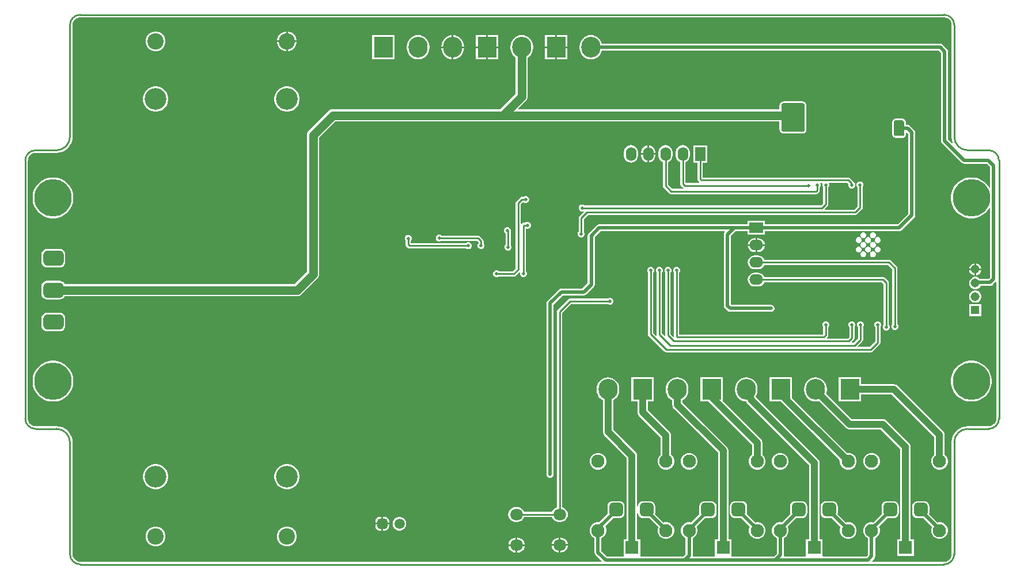
<source format=gbr>
%TF.GenerationSoftware,Altium Limited,Altium Designer,21.3.2 (30)*%
G04 Layer_Physical_Order=2*
G04 Layer_Color=16711680*
%FSLAX26Y26*%
%MOIN*%
%TF.SameCoordinates,5CB9DBA1-4DA9-4ED0-9B61-E5D9B39C4D3D*%
%TF.FilePolarity,Positive*%
%TF.FileFunction,Copper,L2,Bot,Signal*%
%TF.Part,Single*%
G01*
G75*
%TA.AperFunction,SMDPad,CuDef*%
G04:AMPARAMS|DCode=21|XSize=78.74mil|YSize=78.74mil|CornerRadius=19.685mil|HoleSize=0mil|Usage=FLASHONLY|Rotation=270.000|XOffset=0mil|YOffset=0mil|HoleType=Round|Shape=RoundedRectangle|*
%AMROUNDEDRECTD21*
21,1,0.078740,0.039370,0,0,270.0*
21,1,0.039370,0.078740,0,0,270.0*
1,1,0.039370,-0.019685,-0.019685*
1,1,0.039370,-0.019685,0.019685*
1,1,0.039370,0.019685,0.019685*
1,1,0.039370,0.019685,-0.019685*
%
%ADD21ROUNDEDRECTD21*%
%TA.AperFunction,Conductor*%
%ADD34C,0.010000*%
%ADD35C,0.040000*%
%ADD36C,0.020000*%
%TA.AperFunction,NonConductor*%
%ADD39C,0.010000*%
%TA.AperFunction,ComponentPad*%
G04:AMPARAMS|DCode=40|XSize=86.614mil|YSize=118.11mil|CornerRadius=21.654mil|HoleSize=0mil|Usage=FLASHONLY|Rotation=270.000|XOffset=0mil|YOffset=0mil|HoleType=Round|Shape=RoundedRectangle|*
%AMROUNDEDRECTD40*
21,1,0.086614,0.074803,0,0,270.0*
21,1,0.043307,0.118110,0,0,270.0*
1,1,0.043307,-0.037401,-0.021654*
1,1,0.043307,-0.037401,0.021654*
1,1,0.043307,0.037401,0.021654*
1,1,0.043307,0.037401,-0.021654*
%
%ADD40ROUNDEDRECTD40*%
%ADD41R,0.110000X0.120000*%
%ADD42O,0.110000X0.120000*%
%ADD45C,0.059055*%
G04:AMPARAMS|DCode=46|XSize=59.055mil|YSize=59.055mil|CornerRadius=14.764mil|HoleSize=0mil|Usage=FLASHONLY|Rotation=0.000|XOffset=0mil|YOffset=0mil|HoleType=Round|Shape=RoundedRectangle|*
%AMROUNDEDRECTD46*
21,1,0.059055,0.029527,0,0,0.0*
21,1,0.029527,0.059055,0,0,0.0*
1,1,0.029528,0.014764,-0.014764*
1,1,0.029528,-0.014764,-0.014764*
1,1,0.029528,-0.014764,0.014764*
1,1,0.029528,0.014764,0.014764*
%
%ADD46ROUNDEDRECTD46*%
%ADD47C,0.094488*%
%ADD48C,0.125984*%
%ADD50O,0.075000X0.065000*%
%ADD51C,0.076772*%
%ADD52R,0.076772X0.076772*%
%ADD53R,0.051496X0.051496*%
%ADD54C,0.051496*%
%TA.AperFunction,ViaPad*%
%ADD55C,0.020000*%
%ADD56C,0.216535*%
%TA.AperFunction,Conductor*%
%ADD57C,0.050000*%
%TA.AperFunction,ComponentPad*%
%ADD58O,0.060000X0.080000*%
%ADD59R,0.060000X0.080000*%
%ADD60O,0.080000X0.060000*%
%ADD61R,0.080000X0.060000*%
G36*
X5341640Y3230559D02*
X5352235Y3226170D01*
X5361334Y3219189D01*
X5368315Y3210090D01*
X5372704Y3199495D01*
X5374133Y3188638D01*
X5374031Y3188125D01*
Y2540180D01*
X5373871D01*
X5375681Y2521803D01*
X5380722Y2505188D01*
X5376716Y2502122D01*
X5353392Y2525447D01*
Y3034000D01*
X5351840Y3041804D01*
X5347419Y3048419D01*
X5322419Y3073419D01*
X5315804Y3077840D01*
X5308000Y3079392D01*
X3349256D01*
X3346343Y3088995D01*
X3340307Y3100287D01*
X3332184Y3110184D01*
X3322287Y3118307D01*
X3310995Y3124343D01*
X3298742Y3128059D01*
X3286000Y3129314D01*
X3273258Y3128059D01*
X3261005Y3124343D01*
X3249713Y3118307D01*
X3239816Y3110184D01*
X3231693Y3100287D01*
X3225657Y3088995D01*
X3221941Y3076742D01*
X3220686Y3064000D01*
Y3054000D01*
X3221941Y3041258D01*
X3225657Y3029005D01*
X3231693Y3017713D01*
X3239816Y3007816D01*
X3249713Y2999693D01*
X3261005Y2993657D01*
X3273258Y2989941D01*
X3286000Y2988686D01*
X3298742Y2989941D01*
X3310995Y2993657D01*
X3322287Y2999693D01*
X3332184Y3007816D01*
X3340307Y3017713D01*
X3346343Y3029005D01*
X3349256Y3038608D01*
X5299553D01*
X5312608Y3025553D01*
Y2517000D01*
X5314160Y2509196D01*
X5318581Y2502581D01*
X5431581Y2389581D01*
X5438196Y2385160D01*
X5446000Y2383608D01*
X5576838D01*
X5595876Y2364570D01*
Y2245490D01*
X5591014Y2244323D01*
X5589152Y2247978D01*
X5578209Y2263038D01*
X5565046Y2276202D01*
X5549986Y2287144D01*
X5533399Y2295595D01*
X5515694Y2301348D01*
X5497308Y2304260D01*
X5478692D01*
X5460306Y2301348D01*
X5442601Y2295595D01*
X5426014Y2287144D01*
X5410954Y2276202D01*
X5397791Y2263038D01*
X5386848Y2247978D01*
X5378397Y2231391D01*
X5372645Y2213686D01*
X5369732Y2195300D01*
Y2176684D01*
X5372645Y2158298D01*
X5378397Y2140593D01*
X5386848Y2124006D01*
X5397791Y2108946D01*
X5410954Y2095783D01*
X5426014Y2084840D01*
X5442601Y2076389D01*
X5460306Y2070637D01*
X5478692Y2067724D01*
X5497308D01*
X5515694Y2070637D01*
X5533399Y2076389D01*
X5549986Y2084840D01*
X5565046Y2095783D01*
X5578209Y2108946D01*
X5589152Y2124006D01*
X5591014Y2127662D01*
X5595876Y2126494D01*
Y1723714D01*
X5588553Y1716392D01*
X5537534D01*
X5532950Y1720976D01*
X5524798Y1725682D01*
X5515706Y1728118D01*
X5506294D01*
X5497202Y1725682D01*
X5489050Y1720976D01*
X5482395Y1714320D01*
X5477688Y1706168D01*
X5475252Y1697076D01*
Y1687664D01*
X5477688Y1678572D01*
X5482395Y1670420D01*
X5489050Y1663765D01*
X5497202Y1659058D01*
X5506294Y1656622D01*
X5515706D01*
X5524798Y1659058D01*
X5532950Y1663765D01*
X5539605Y1670420D01*
X5542601Y1675608D01*
X5597000D01*
X5604804Y1677160D01*
X5611419Y1681581D01*
X5627771Y1697933D01*
X5632771Y1695862D01*
X5632771Y905841D01*
X5632873Y905328D01*
X5631444Y894471D01*
X5627055Y883876D01*
X5620074Y874777D01*
X5610975Y867796D01*
X5600380Y863407D01*
X5589523Y861978D01*
X5589010Y862080D01*
X5468065D01*
Y862240D01*
X5449689Y860430D01*
X5432019Y855070D01*
X5415734Y846365D01*
X5401460Y834651D01*
X5389746Y820377D01*
X5381041Y804092D01*
X5375681Y786422D01*
X5373871Y768046D01*
X5374031D01*
Y120093D01*
X5374133Y119580D01*
X5372704Y108723D01*
X5368315Y98128D01*
X5361333Y89029D01*
X5352235Y82048D01*
X5341640Y77659D01*
X5330783Y76230D01*
X5330270Y76332D01*
X4914703D01*
X4912790Y80951D01*
X4925419Y93581D01*
X4929840Y100196D01*
X4931392Y108000D01*
X4931392Y108001D01*
Y212976D01*
X4939859Y217864D01*
X4948868Y226873D01*
X4955238Y237906D01*
X4958535Y250213D01*
Y262953D01*
X4955238Y275259D01*
X4953231Y278734D01*
X5002871Y328374D01*
X5038102D01*
X5045852Y329394D01*
X5053073Y332385D01*
X5059274Y337143D01*
X5064032Y343344D01*
X5067023Y350565D01*
X5068044Y358315D01*
Y397685D01*
X5067023Y405435D01*
X5064032Y412656D01*
X5059274Y418857D01*
X5053073Y423615D01*
X5045852Y426606D01*
X5038102Y427626D01*
X4998732D01*
X4990983Y426606D01*
X4983762Y423615D01*
X4977561Y418857D01*
X4972802Y412656D01*
X4969811Y405435D01*
X4968791Y397685D01*
Y358315D01*
X4969529Y352709D01*
X4920675Y303855D01*
X4916520Y304969D01*
X4903779D01*
X4891473Y301671D01*
X4880440Y295301D01*
X4871431Y286292D01*
X4865061Y275259D01*
X4861764Y262953D01*
Y250213D01*
X4865061Y237906D01*
X4871431Y226873D01*
X4880440Y217864D01*
X4890608Y211994D01*
Y116447D01*
X4880591Y106430D01*
X4631335D01*
X4627719Y109772D01*
X4627719Y111430D01*
Y206543D01*
X4609592D01*
Y649667D01*
X4608561Y657498D01*
X4605538Y664796D01*
X4600730Y671063D01*
X4600729Y671063D01*
X4243180Y1028612D01*
X4242878Y1030906D01*
X4240955Y1035549D01*
X4246009Y1045005D01*
X4249726Y1057258D01*
X4250981Y1070000D01*
Y1080000D01*
X4249726Y1092742D01*
X4246009Y1104995D01*
X4239974Y1116287D01*
X4231851Y1126184D01*
X4221953Y1134307D01*
X4210661Y1140343D01*
X4198409Y1144060D01*
X4185667Y1145314D01*
X4172924Y1144060D01*
X4160672Y1140343D01*
X4149380Y1134307D01*
X4139482Y1126184D01*
X4131360Y1116287D01*
X4125324Y1104995D01*
X4121607Y1092742D01*
X4120352Y1080000D01*
Y1070000D01*
X4121607Y1057258D01*
X4125324Y1045005D01*
X4131360Y1033713D01*
X4139482Y1023816D01*
X4149380Y1015693D01*
X4160672Y1009657D01*
X4172924Y1005941D01*
X4185593Y1004693D01*
X4187445Y1000220D01*
X4192254Y993953D01*
X4549074Y637133D01*
Y206543D01*
X4530947D01*
Y111430D01*
X4530947Y109772D01*
X4527332Y106430D01*
X4406363D01*
X4402260Y111430D01*
X4402875Y114521D01*
X4402875Y114521D01*
Y212485D01*
X4412192Y217864D01*
X4421201Y226873D01*
X4427571Y237906D01*
X4430869Y250213D01*
Y262953D01*
X4427571Y275259D01*
X4424711Y280214D01*
X4472871Y328374D01*
X4508102D01*
X4515852Y329394D01*
X4523073Y332385D01*
X4529274Y337143D01*
X4534032Y343344D01*
X4537023Y350565D01*
X4538044Y358315D01*
Y397685D01*
X4537023Y405435D01*
X4534032Y412656D01*
X4529274Y418857D01*
X4523073Y423615D01*
X4515852Y426606D01*
X4508102Y427626D01*
X4468732D01*
X4460983Y426606D01*
X4453762Y423615D01*
X4447561Y418857D01*
X4442802Y412656D01*
X4439811Y405435D01*
X4438791Y397685D01*
Y358315D01*
X4439529Y352709D01*
X4391168Y304348D01*
X4388853Y304969D01*
X4376113D01*
X4363807Y301671D01*
X4352773Y295301D01*
X4343765Y286292D01*
X4337394Y275259D01*
X4334097Y262953D01*
Y250213D01*
X4337394Y237906D01*
X4343765Y226873D01*
X4352773Y217864D01*
X4362091Y212485D01*
Y122967D01*
X4345553Y106430D01*
X4103668D01*
X4100052Y109772D01*
X4100052Y111430D01*
Y206543D01*
X4081925D01*
Y721333D01*
X4081926Y721333D01*
X4080894Y729165D01*
X4077872Y736463D01*
X4073063Y742730D01*
X4073062Y742730D01*
X3817506Y998287D01*
Y1013494D01*
X3821620Y1015693D01*
X3831518Y1023816D01*
X3839640Y1033713D01*
X3845676Y1045005D01*
X3849393Y1057258D01*
X3850648Y1070000D01*
Y1080000D01*
X3849393Y1092742D01*
X3845676Y1104995D01*
X3839640Y1116287D01*
X3831518Y1126184D01*
X3821620Y1134307D01*
X3810328Y1140343D01*
X3798075Y1144060D01*
X3785333Y1145314D01*
X3772591Y1144060D01*
X3760338Y1140343D01*
X3749046Y1134307D01*
X3739149Y1126184D01*
X3731026Y1116287D01*
X3724991Y1104995D01*
X3721274Y1092742D01*
X3720019Y1080000D01*
Y1070000D01*
X3721274Y1057258D01*
X3724991Y1045005D01*
X3731026Y1033713D01*
X3739149Y1023816D01*
X3749046Y1015693D01*
X3756988Y1011448D01*
Y985753D01*
X3758019Y977922D01*
X3761042Y970624D01*
X3765850Y964357D01*
X4021408Y708800D01*
Y206543D01*
X4003281D01*
Y111430D01*
X4003281Y109772D01*
X3999665Y106430D01*
X3878070D01*
X3874898Y110295D01*
X3875208Y111854D01*
Y212485D01*
X3884526Y217864D01*
X3893535Y226873D01*
X3899905Y237906D01*
X3903202Y250213D01*
Y262953D01*
X3899905Y275259D01*
X3898020Y278523D01*
X3947871Y328374D01*
X3983102D01*
X3990852Y329394D01*
X3998073Y332385D01*
X4004274Y337143D01*
X4009032Y343344D01*
X4012023Y350565D01*
X4013044Y358315D01*
Y397685D01*
X4012023Y405435D01*
X4009032Y412656D01*
X4004274Y418857D01*
X3998073Y423615D01*
X3990852Y426606D01*
X3983102Y427626D01*
X3943732D01*
X3935983Y426606D01*
X3928762Y423615D01*
X3922561Y418857D01*
X3917802Y412656D01*
X3914811Y405435D01*
X3913791Y397685D01*
Y358315D01*
X3914529Y352709D01*
X3865605Y303785D01*
X3861186Y304969D01*
X3848446D01*
X3836140Y301671D01*
X3825107Y295301D01*
X3816098Y286292D01*
X3809728Y275259D01*
X3806430Y262953D01*
Y250213D01*
X3809728Y237906D01*
X3816098Y226873D01*
X3825107Y217864D01*
X3834424Y212485D01*
Y120301D01*
X3820553Y106430D01*
X3576002D01*
X3572386Y109772D01*
X3572386Y111430D01*
Y206543D01*
X3554259D01*
Y355689D01*
X3559259Y356017D01*
X3559977Y350565D01*
X3562968Y343344D01*
X3567726Y337143D01*
X3573927Y332385D01*
X3581148Y329394D01*
X3588898Y328374D01*
X3624796D01*
X3676548Y276621D01*
X3675762Y275259D01*
X3672465Y262953D01*
Y250213D01*
X3675762Y237906D01*
X3682132Y226873D01*
X3691141Y217864D01*
X3702174Y211494D01*
X3714480Y208197D01*
X3727220D01*
X3739527Y211494D01*
X3750560Y217864D01*
X3759569Y226873D01*
X3765939Y237906D01*
X3769236Y250213D01*
Y262953D01*
X3765939Y275259D01*
X3759569Y286292D01*
X3750560Y295301D01*
X3739527Y301671D01*
X3727220Y304969D01*
X3714480D01*
X3707696Y303151D01*
X3657548Y353298D01*
X3658209Y358315D01*
Y397685D01*
X3657189Y405435D01*
X3654198Y412656D01*
X3649439Y418857D01*
X3643238Y423615D01*
X3636017Y426606D01*
X3628268Y427626D01*
X3588898D01*
X3581148Y426606D01*
X3573927Y423615D01*
X3567726Y418857D01*
X3562968Y412656D01*
X3559977Y405435D01*
X3559259Y399983D01*
X3554259Y400311D01*
Y691000D01*
X3553228Y698832D01*
X3550205Y706130D01*
X3545396Y712396D01*
X3415259Y842534D01*
Y1012471D01*
X3421287Y1015693D01*
X3431184Y1023816D01*
X3439307Y1033713D01*
X3445343Y1045005D01*
X3449059Y1057258D01*
X3450314Y1070000D01*
Y1080000D01*
X3449059Y1092742D01*
X3445343Y1104995D01*
X3439307Y1116287D01*
X3431184Y1126184D01*
X3421287Y1134307D01*
X3409995Y1140343D01*
X3397742Y1144060D01*
X3385000Y1145314D01*
X3372258Y1144060D01*
X3360005Y1140343D01*
X3348713Y1134307D01*
X3338816Y1126184D01*
X3330693Y1116287D01*
X3324657Y1104995D01*
X3320941Y1092742D01*
X3319686Y1080000D01*
Y1070000D01*
X3320941Y1057258D01*
X3324657Y1045005D01*
X3330693Y1033713D01*
X3338816Y1023816D01*
X3348713Y1015693D01*
X3354741Y1012471D01*
Y830000D01*
X3355772Y822168D01*
X3358795Y814870D01*
X3363604Y808604D01*
X3493741Y678466D01*
Y206543D01*
X3475614D01*
Y111430D01*
X3475614Y109772D01*
X3471998Y106430D01*
X3380162D01*
X3347541Y139051D01*
Y212485D01*
X3356859Y217864D01*
X3365868Y226873D01*
X3372238Y237906D01*
X3375535Y250213D01*
Y262953D01*
X3372238Y275259D01*
X3368767Y281270D01*
X3415871Y328374D01*
X3451102D01*
X3458852Y329394D01*
X3466073Y332385D01*
X3472274Y337143D01*
X3477032Y343344D01*
X3480023Y350565D01*
X3481044Y358315D01*
Y397685D01*
X3480023Y405435D01*
X3477032Y412656D01*
X3472274Y418857D01*
X3466073Y423615D01*
X3458852Y426606D01*
X3451102Y427626D01*
X3411732D01*
X3403983Y426606D01*
X3396762Y423615D01*
X3390561Y418857D01*
X3385802Y412656D01*
X3382811Y405435D01*
X3381791Y397685D01*
Y358315D01*
X3382529Y352709D01*
X3334521Y304700D01*
X3333520Y304969D01*
X3320780D01*
X3308473Y301671D01*
X3297440Y295301D01*
X3288431Y286292D01*
X3282061Y275259D01*
X3278764Y262953D01*
Y250213D01*
X3282061Y237906D01*
X3288431Y226873D01*
X3297440Y217864D01*
X3306758Y212485D01*
Y130604D01*
X3308310Y122801D01*
X3312730Y116185D01*
X3347964Y80951D01*
X3346051Y76332D01*
X330270D01*
X329756Y76230D01*
X318899Y77659D01*
X308304Y82048D01*
X299206Y89029D01*
X292224Y98128D01*
X287836Y108723D01*
X286406Y119580D01*
X286508Y120093D01*
Y768046D01*
X286668D01*
X284858Y786422D01*
X279498Y804092D01*
X270794Y820377D01*
X259079Y834651D01*
X244806Y846365D01*
X228521Y855070D01*
X210851Y860430D01*
X192474Y862240D01*
Y862080D01*
X71529D01*
X71016Y861978D01*
X60159Y863407D01*
X49564Y867796D01*
X40466Y874777D01*
X33484Y883876D01*
X29095Y894471D01*
X27666Y905328D01*
X27768Y905841D01*
X27768Y2397459D01*
X27768Y2402196D01*
X27768Y2402385D01*
X28231Y2407193D01*
X29095Y2413755D01*
X33484Y2424350D01*
X40465Y2433448D01*
X49564Y2440430D01*
X60159Y2444818D01*
X71016Y2446248D01*
X71529Y2446146D01*
X192474D01*
Y2445986D01*
X210850Y2447796D01*
X228520Y2453156D01*
X244805Y2461860D01*
X259079Y2473575D01*
X270793Y2487849D01*
X279498Y2504133D01*
X284858Y2521803D01*
X286668Y2540180D01*
X286508D01*
Y3188125D01*
X286406Y3188638D01*
X287835Y3199495D01*
X292224Y3210090D01*
X299205Y3219189D01*
X308304Y3226170D01*
X318899Y3230559D01*
X325452Y3231421D01*
X330269Y3231886D01*
Y3231886D01*
X330270Y3231886D01*
X5330270D01*
X5330783Y3231988D01*
X5341640Y3230559D01*
D02*
G37*
%LPC*%
G36*
X1534379Y3150505D02*
X1531843D01*
Y3098261D01*
X1584087D01*
Y3100798D01*
X1580186Y3115357D01*
X1572649Y3128410D01*
X1561991Y3139068D01*
X1548938Y3146604D01*
X1534379Y3150505D01*
D02*
G37*
G36*
X1521843D02*
X1519306D01*
X1504747Y3146604D01*
X1491694Y3139068D01*
X1481036Y3128410D01*
X1473500Y3115357D01*
X1469599Y3100798D01*
Y3098261D01*
X1521843D01*
Y3150505D01*
D02*
G37*
G36*
X3151000Y3129000D02*
X3091000D01*
Y3064000D01*
X3151000D01*
Y3129000D01*
D02*
G37*
G36*
X3081000D02*
X3021000D01*
Y3064000D01*
X3081000D01*
Y3129000D01*
D02*
G37*
G36*
X2751000D02*
X2691000D01*
Y3064000D01*
X2751000D01*
Y3129000D01*
D02*
G37*
G36*
X2681000D02*
X2621000D01*
Y3064000D01*
X2681000D01*
Y3129000D01*
D02*
G37*
G36*
X2491000Y3128822D02*
Y3064000D01*
X2551314D01*
X2550059Y3076742D01*
X2546343Y3088995D01*
X2540307Y3100287D01*
X2532184Y3110184D01*
X2522287Y3118307D01*
X2510995Y3124343D01*
X2498742Y3128059D01*
X2491000Y3128822D01*
D02*
G37*
G36*
X2481000D02*
X2473258Y3128059D01*
X2461005Y3124343D01*
X2449713Y3118307D01*
X2439816Y3110184D01*
X2431693Y3100287D01*
X2425657Y3088995D01*
X2421941Y3076742D01*
X2420686Y3064000D01*
X2481000D01*
Y3128822D01*
D02*
G37*
G36*
X1584087Y3088261D02*
X1531843D01*
Y3036017D01*
X1534379D01*
X1548938Y3039918D01*
X1561991Y3047454D01*
X1572649Y3058113D01*
X1580186Y3071166D01*
X1584087Y3085725D01*
Y3088261D01*
D02*
G37*
G36*
X1521843D02*
X1469599D01*
Y3085725D01*
X1473500Y3071166D01*
X1481036Y3058113D01*
X1491694Y3047454D01*
X1504747Y3039918D01*
X1519306Y3036017D01*
X1521843D01*
Y3088261D01*
D02*
G37*
G36*
X774536Y3150505D02*
X759464D01*
X744905Y3146604D01*
X731851Y3139068D01*
X721193Y3128410D01*
X713657Y3115357D01*
X709756Y3100798D01*
Y3085725D01*
X713657Y3071166D01*
X721193Y3058113D01*
X731851Y3047454D01*
X744905Y3039918D01*
X759464Y3036017D01*
X774536D01*
X789095Y3039918D01*
X802149Y3047454D01*
X812807Y3058113D01*
X820343Y3071166D01*
X824244Y3085725D01*
Y3100798D01*
X820343Y3115357D01*
X812807Y3128410D01*
X802149Y3139068D01*
X789095Y3146604D01*
X774536Y3150505D01*
D02*
G37*
G36*
X2551314Y3054000D02*
X2491000D01*
Y2989178D01*
X2498742Y2989941D01*
X2510995Y2993657D01*
X2522287Y2999693D01*
X2532184Y3007816D01*
X2540307Y3017713D01*
X2546343Y3029005D01*
X2550059Y3041258D01*
X2551314Y3054000D01*
D02*
G37*
G36*
X2481000D02*
X2420686D01*
X2421941Y3041258D01*
X2425657Y3029005D01*
X2431693Y3017713D01*
X2439816Y3007816D01*
X2449713Y2999693D01*
X2461005Y2993657D01*
X2473258Y2989941D01*
X2481000Y2989178D01*
Y3054000D01*
D02*
G37*
G36*
X3151000D02*
X3091000D01*
Y2989000D01*
X3151000D01*
Y3054000D01*
D02*
G37*
G36*
X3081000D02*
X3021000D01*
Y2989000D01*
X3081000D01*
Y3054000D01*
D02*
G37*
G36*
X2751000D02*
X2691000D01*
Y2989000D01*
X2751000D01*
Y3054000D01*
D02*
G37*
G36*
X2681000D02*
X2621000D01*
Y2989000D01*
X2681000D01*
Y3054000D01*
D02*
G37*
G36*
X2151000Y3129000D02*
X2021000D01*
Y2989000D01*
X2151000D01*
Y3129000D01*
D02*
G37*
G36*
X2286000Y3129314D02*
X2273258Y3128059D01*
X2261005Y3124343D01*
X2249713Y3118307D01*
X2239816Y3110184D01*
X2231693Y3100287D01*
X2225657Y3088995D01*
X2221941Y3076742D01*
X2220686Y3064000D01*
Y3054000D01*
X2221941Y3041258D01*
X2225657Y3029005D01*
X2231693Y3017713D01*
X2239816Y3007816D01*
X2249713Y2999693D01*
X2261005Y2993657D01*
X2273258Y2989941D01*
X2286000Y2988686D01*
X2298742Y2989941D01*
X2310995Y2993657D01*
X2322287Y2999693D01*
X2332184Y3007816D01*
X2340307Y3017713D01*
X2346343Y3029005D01*
X2350059Y3041258D01*
X2351314Y3054000D01*
Y3064000D01*
X2350059Y3076742D01*
X2346343Y3088995D01*
X2340307Y3100287D01*
X2332184Y3110184D01*
X2322287Y3118307D01*
X2310995Y3124343D01*
X2298742Y3128059D01*
X2286000Y3129314D01*
D02*
G37*
G36*
X1534032Y2832001D02*
X1519653D01*
X1505552Y2829196D01*
X1492268Y2823694D01*
X1480313Y2815706D01*
X1470146Y2805539D01*
X1462158Y2793584D01*
X1456656Y2780300D01*
X1453851Y2766198D01*
Y2751820D01*
X1456656Y2737718D01*
X1462158Y2724434D01*
X1470146Y2712479D01*
X1480313Y2702312D01*
X1492268Y2694324D01*
X1505552Y2688822D01*
X1519653Y2686017D01*
X1534032D01*
X1548134Y2688822D01*
X1561417Y2694324D01*
X1573372Y2702312D01*
X1583539Y2712479D01*
X1591527Y2724434D01*
X1597030Y2737718D01*
X1599835Y2751820D01*
Y2766198D01*
X1597030Y2780300D01*
X1591527Y2793584D01*
X1583539Y2805539D01*
X1573372Y2815706D01*
X1561417Y2823694D01*
X1548134Y2829196D01*
X1534032Y2832001D01*
D02*
G37*
G36*
X774189D02*
X759811D01*
X745709Y2829196D01*
X732425Y2823694D01*
X720470Y2815706D01*
X710303Y2805539D01*
X702315Y2793584D01*
X696813Y2780300D01*
X694008Y2766198D01*
Y2751820D01*
X696813Y2737718D01*
X702315Y2724434D01*
X710303Y2712479D01*
X720470Y2702312D01*
X732425Y2694324D01*
X745709Y2688822D01*
X759811Y2686017D01*
X774189D01*
X788291Y2688822D01*
X801575Y2694324D01*
X813530Y2702312D01*
X823697Y2712479D01*
X831685Y2724434D01*
X837187Y2737718D01*
X839992Y2751820D01*
Y2766198D01*
X837187Y2780300D01*
X831685Y2793584D01*
X823697Y2805539D01*
X813530Y2815706D01*
X801575Y2823694D01*
X788291Y2829196D01*
X774189Y2832001D01*
D02*
G37*
G36*
X2886000Y3129314D02*
X2873258Y3128059D01*
X2861005Y3124343D01*
X2849713Y3118307D01*
X2839816Y3110184D01*
X2831693Y3100287D01*
X2825657Y3088995D01*
X2821941Y3076742D01*
X2820686Y3064000D01*
Y3054000D01*
X2821941Y3041258D01*
X2825657Y3029005D01*
X2831693Y3017713D01*
X2839816Y3007816D01*
X2849713Y2999693D01*
X2850698Y2999167D01*
Y2788623D01*
X2761377Y2699302D01*
X1792000D01*
X1782863Y2698099D01*
X1774349Y2694572D01*
X1767038Y2688962D01*
X1653038Y2574962D01*
X1647428Y2567651D01*
X1643901Y2559137D01*
X1642698Y2550000D01*
Y1758623D01*
X1570377Y1686302D01*
X241010D01*
X240051Y1688617D01*
X234977Y1695229D01*
X228365Y1700303D01*
X220665Y1703492D01*
X212401Y1704580D01*
X137599D01*
X129335Y1703492D01*
X121635Y1700303D01*
X115023Y1695229D01*
X109949Y1688617D01*
X106760Y1680917D01*
X105672Y1672653D01*
Y1629347D01*
X106760Y1621083D01*
X109949Y1613383D01*
X115023Y1606771D01*
X121635Y1601697D01*
X129335Y1598508D01*
X137599Y1597420D01*
X212401D01*
X220665Y1598508D01*
X228365Y1601697D01*
X234977Y1606771D01*
X240051Y1613383D01*
X241010Y1615698D01*
X1585000D01*
X1594137Y1616901D01*
X1602651Y1620428D01*
X1609962Y1626038D01*
X1702962Y1719038D01*
X1708572Y1726349D01*
X1712099Y1734863D01*
X1713302Y1744000D01*
X1713302Y1744001D01*
Y2535377D01*
X1806623Y2628698D01*
X4377804D01*
Y2585000D01*
X4377804Y2582017D01*
X4378580Y2578115D01*
X4380864Y2572601D01*
X4383074Y2569294D01*
X4387293Y2565074D01*
X4390601Y2562864D01*
X4396114Y2560580D01*
X4398251Y2560155D01*
X4400016Y2559804D01*
X4403000Y2559804D01*
X4512998Y2559804D01*
X4515187Y2559804D01*
X4519088Y2560579D01*
X4519088Y2560579D01*
X4519088Y2560580D01*
X4523132Y2562254D01*
X4526440Y2564464D01*
X4529534Y2567558D01*
X4529535Y2567559D01*
X4530856Y2569537D01*
X4531745Y2570866D01*
X4531745Y2570866D01*
X4531745Y2570866D01*
X4533420Y2574909D01*
X4533420Y2574910D01*
X4533420Y2574910D01*
X4533775Y2576694D01*
X4534196Y2578811D01*
X4534196Y2578811D01*
X4534196Y2578812D01*
X4534196Y2580998D01*
X4534196Y2580999D01*
X4534195Y2722995D01*
X4534156Y2723193D01*
X4534188Y2723394D01*
X4534090Y2725881D01*
X4534090Y2725883D01*
X4534090Y2725884D01*
X4533602Y2727915D01*
X4533162Y2729749D01*
X4533161Y2729751D01*
X4533161Y2729752D01*
X4531076Y2734273D01*
X4531075Y2734275D01*
X4531074Y2734276D01*
X4529899Y2735893D01*
X4528737Y2737491D01*
X4528735Y2737492D01*
X4528734Y2737494D01*
X4525077Y2740871D01*
X4525075Y2740872D01*
X4525074Y2740874D01*
X4523487Y2741845D01*
X4521684Y2742948D01*
X4521682Y2742949D01*
X4521680Y2742949D01*
X4519098Y2743900D01*
X4518050Y2744065D01*
X4517050Y2744420D01*
X4512475Y2745088D01*
X4511731Y2745050D01*
X4511000Y2745196D01*
X4502000Y2745196D01*
X4404000Y2745195D01*
X4400818Y2745195D01*
X4396916Y2744419D01*
X4391035Y2741984D01*
X4387727Y2739773D01*
X4383226Y2735273D01*
X4381016Y2731965D01*
X4379223Y2727636D01*
X4378966Y2726347D01*
X4378539Y2725105D01*
X4377897Y2720371D01*
X4377939Y2719680D01*
X4377804Y2719000D01*
Y2699302D01*
X2867760D01*
X2865846Y2703921D01*
X2910962Y2749038D01*
X2916572Y2756349D01*
X2920099Y2764863D01*
X2921302Y2774000D01*
Y2999167D01*
X2922287Y2999693D01*
X2932184Y3007816D01*
X2940307Y3017713D01*
X2946343Y3029005D01*
X2950059Y3041258D01*
X2951314Y3054000D01*
Y3064000D01*
X2950059Y3076742D01*
X2946343Y3088995D01*
X2940307Y3100287D01*
X2932184Y3110184D01*
X2922287Y3118307D01*
X2910995Y3124343D01*
X2898742Y3128059D01*
X2886000Y3129314D01*
D02*
G37*
G36*
X3623000Y2490687D02*
Y2446000D01*
X3658345D01*
Y2451000D01*
X3656970Y2461442D01*
X3652940Y2471173D01*
X3646528Y2479528D01*
X3638173Y2485940D01*
X3628442Y2489970D01*
X3623000Y2490687D01*
D02*
G37*
G36*
X3613000D02*
X3607558Y2489970D01*
X3597827Y2485940D01*
X3589472Y2479528D01*
X3583060Y2471173D01*
X3579030Y2461442D01*
X3577655Y2451000D01*
Y2446000D01*
X3613000D01*
Y2490687D01*
D02*
G37*
G36*
X3658345Y2436000D02*
X3623000D01*
Y2391313D01*
X3628442Y2392030D01*
X3638173Y2396060D01*
X3646528Y2402472D01*
X3652940Y2410827D01*
X3656970Y2420558D01*
X3658345Y2431000D01*
Y2436000D01*
D02*
G37*
G36*
X3613000D02*
X3577655D01*
Y2431000D01*
X3579030Y2420558D01*
X3583060Y2410827D01*
X3589472Y2402472D01*
X3597827Y2396060D01*
X3607558Y2392030D01*
X3613000Y2391313D01*
Y2436000D01*
D02*
G37*
G36*
X3518000Y2491345D02*
X3507558Y2489970D01*
X3497827Y2485940D01*
X3489472Y2479528D01*
X3483060Y2471173D01*
X3479030Y2461442D01*
X3477655Y2451000D01*
Y2431000D01*
X3479030Y2420558D01*
X3483060Y2410827D01*
X3489472Y2402472D01*
X3497827Y2396060D01*
X3507558Y2392030D01*
X3518000Y2390655D01*
X3528442Y2392030D01*
X3538173Y2396060D01*
X3546528Y2402472D01*
X3552940Y2410827D01*
X3556970Y2420558D01*
X3558345Y2431000D01*
Y2451000D01*
X3556970Y2461442D01*
X3552940Y2471173D01*
X3546528Y2479528D01*
X3538173Y2485940D01*
X3528442Y2489970D01*
X3518000Y2491345D01*
D02*
G37*
G36*
X3818000D02*
X3807558Y2489970D01*
X3797827Y2485940D01*
X3789472Y2479528D01*
X3783060Y2471173D01*
X3779030Y2461442D01*
X3777655Y2451000D01*
Y2431000D01*
X3779030Y2420558D01*
X3783060Y2410827D01*
X3789472Y2402472D01*
X3797827Y2396060D01*
X3802706Y2394039D01*
Y2267000D01*
X3803870Y2261147D01*
X3807186Y2256186D01*
X3817186Y2246186D01*
X3821513Y2243294D01*
X3821495Y2240834D01*
X3820682Y2238294D01*
X3756335D01*
X3733294Y2261335D01*
Y2394039D01*
X3738173Y2396060D01*
X3746528Y2402472D01*
X3752940Y2410827D01*
X3756970Y2420558D01*
X3758345Y2431000D01*
Y2451000D01*
X3756970Y2461442D01*
X3752940Y2471173D01*
X3746528Y2479528D01*
X3738173Y2485940D01*
X3728442Y2489970D01*
X3718000Y2491345D01*
X3707558Y2489970D01*
X3697827Y2485940D01*
X3689472Y2479528D01*
X3683060Y2471173D01*
X3679030Y2461442D01*
X3677655Y2451000D01*
Y2431000D01*
X3679030Y2420558D01*
X3683060Y2410827D01*
X3689472Y2402472D01*
X3697827Y2396060D01*
X3702706Y2394039D01*
Y2255000D01*
X3703870Y2249147D01*
X3707186Y2244186D01*
X3739186Y2212186D01*
X3744147Y2208870D01*
X3750000Y2207706D01*
X4589142D01*
X4594995Y2208870D01*
X4599957Y2212186D01*
X4605814Y2218044D01*
X4609130Y2223005D01*
X4610294Y2228858D01*
Y2247010D01*
X4611955Y2248671D01*
X4615000Y2256022D01*
Y2263978D01*
X4613042Y2268706D01*
X4616111Y2273706D01*
X4623203D01*
X4626544Y2268706D01*
X4625000Y2264978D01*
Y2257022D01*
X4628045Y2249671D01*
X4629706Y2248010D01*
Y2154335D01*
X4618165Y2142794D01*
X3247990D01*
X3246329Y2144455D01*
X3238978Y2147500D01*
X3231022D01*
X3223671Y2144455D01*
X3218045Y2138829D01*
X3215000Y2131478D01*
Y2123522D01*
X3218045Y2116171D01*
X3223671Y2110545D01*
X3231022Y2107500D01*
X3238978D01*
X3242088Y2108788D01*
X3244921Y2104549D01*
X3219186Y2078814D01*
X3215870Y2073853D01*
X3214706Y2068000D01*
Y1989990D01*
X3213045Y1988329D01*
X3210000Y1980978D01*
Y1973022D01*
X3213045Y1965671D01*
X3218671Y1960045D01*
X3226022Y1957000D01*
X3233978D01*
X3241329Y1960045D01*
X3246955Y1965671D01*
X3250000Y1973022D01*
Y1980978D01*
X3246955Y1988329D01*
X3245294Y1989990D01*
Y2061665D01*
X3270335Y2086706D01*
X4817000D01*
X4822853Y2087870D01*
X4827814Y2091186D01*
X4854814Y2118186D01*
X4858130Y2123147D01*
X4859294Y2129000D01*
Y2248010D01*
X4860955Y2249671D01*
X4864000Y2257022D01*
Y2264978D01*
X4860955Y2272329D01*
X4855329Y2277955D01*
X4847978Y2281000D01*
X4840022D01*
X4832671Y2277955D01*
X4827045Y2272329D01*
X4824000Y2264978D01*
Y2257022D01*
X4827045Y2249671D01*
X4828706Y2248010D01*
Y2135335D01*
X4810665Y2117294D01*
X4642456D01*
X4640542Y2121913D01*
X4655814Y2137186D01*
X4659130Y2142147D01*
X4660294Y2148000D01*
Y2248010D01*
X4661955Y2249671D01*
X4665000Y2257022D01*
Y2264978D01*
X4663456Y2268706D01*
X4666797Y2273706D01*
X4769665D01*
X4775994Y2267377D01*
X4775000Y2264978D01*
Y2257022D01*
X4778045Y2249671D01*
X4783671Y2244045D01*
X4791022Y2241000D01*
X4798978D01*
X4806329Y2244045D01*
X4811955Y2249671D01*
X4815000Y2257022D01*
Y2264978D01*
X4811955Y2272329D01*
X4807390Y2276895D01*
X4807216Y2277766D01*
X4803901Y2282728D01*
X4786814Y2299814D01*
X4781853Y2303130D01*
X4776000Y2304294D01*
X3933294D01*
Y2391000D01*
X3958000D01*
Y2491000D01*
X3878000D01*
Y2391000D01*
X3902706D01*
Y2294858D01*
X3903870Y2289005D01*
X3907186Y2284044D01*
X3913044Y2278186D01*
X3914378Y2277294D01*
X3912861Y2272294D01*
X3834335D01*
X3833294Y2273335D01*
Y2394039D01*
X3838173Y2396060D01*
X3846528Y2402472D01*
X3852940Y2410827D01*
X3856970Y2420558D01*
X3858345Y2431000D01*
Y2451000D01*
X3856970Y2461442D01*
X3852940Y2471173D01*
X3846528Y2479528D01*
X3838173Y2485940D01*
X3828442Y2489970D01*
X3818000Y2491345D01*
D02*
G37*
G36*
X2912978Y2196000D02*
X2905022D01*
X2897671Y2192955D01*
X2896010Y2191294D01*
X2886000D01*
X2880147Y2190130D01*
X2875186Y2186814D01*
X2855186Y2166814D01*
X2851870Y2161853D01*
X2850706Y2156000D01*
Y1776335D01*
X2834665Y1760294D01*
X2753097D01*
X2751435Y1761955D01*
X2744084Y1765000D01*
X2736128D01*
X2728777Y1761955D01*
X2723151Y1756329D01*
X2720106Y1748978D01*
Y1741022D01*
X2723151Y1733671D01*
X2728777Y1728045D01*
X2736128Y1725000D01*
X2744084D01*
X2751435Y1728045D01*
X2753097Y1729706D01*
X2841000D01*
X2846853Y1730870D01*
X2851814Y1734186D01*
X2871008Y1753379D01*
X2874723Y1751360D01*
X2875425Y1750725D01*
Y1743022D01*
X2878470Y1735671D01*
X2884096Y1730045D01*
X2891447Y1727000D01*
X2899403D01*
X2906754Y1730045D01*
X2912380Y1735671D01*
X2915425Y1743022D01*
Y1750978D01*
X2912380Y1758329D01*
X2910719Y1759990D01*
Y2004793D01*
X2914022Y2007000D01*
X2921978D01*
X2929329Y2010045D01*
X2934955Y2015671D01*
X2938000Y2023022D01*
Y2030978D01*
X2934955Y2038329D01*
X2929329Y2043955D01*
X2921978Y2047000D01*
X2914022D01*
X2906671Y2043955D01*
X2905010Y2042294D01*
X2901283D01*
X2895430Y2041130D01*
X2890469Y2037814D01*
X2886294Y2033640D01*
X2881294Y2035711D01*
Y2149665D01*
X2892335Y2160706D01*
X2896010D01*
X2897671Y2159045D01*
X2905022Y2156000D01*
X2912978D01*
X2920329Y2159045D01*
X2925955Y2164671D01*
X2929000Y2172022D01*
Y2179978D01*
X2925955Y2187329D01*
X2920329Y2192955D01*
X2912978Y2196000D01*
D02*
G37*
G36*
X182347Y2304260D02*
X163732D01*
X145345Y2301348D01*
X127640Y2295595D01*
X111054Y2287144D01*
X95993Y2276202D01*
X82830Y2263038D01*
X71888Y2247978D01*
X63436Y2231391D01*
X57684Y2213686D01*
X54772Y2195300D01*
Y2176684D01*
X57684Y2158298D01*
X63436Y2140593D01*
X71888Y2124006D01*
X82830Y2108946D01*
X95993Y2095783D01*
X111054Y2084840D01*
X127640Y2076389D01*
X145345Y2070637D01*
X163732Y2067724D01*
X182347D01*
X200734Y2070637D01*
X218438Y2076389D01*
X235025Y2084840D01*
X250086Y2095783D01*
X263249Y2108946D01*
X274191Y2124006D01*
X282642Y2140593D01*
X288395Y2158298D01*
X291307Y2176684D01*
Y2195300D01*
X288395Y2213686D01*
X282642Y2231391D01*
X274191Y2247978D01*
X263249Y2263038D01*
X250086Y2276202D01*
X235025Y2287144D01*
X218438Y2295595D01*
X200734Y2301348D01*
X182347Y2304260D01*
D02*
G37*
G36*
X5090790Y2644696D02*
X5045806D01*
X5041905Y2643920D01*
X5041904Y2643920D01*
X5039700Y2643006D01*
X5039699Y2643006D01*
X5036392Y2640796D01*
X5034704Y2639108D01*
X5032494Y2635800D01*
X5031580Y2633595D01*
X5030804Y2629693D01*
Y2551710D01*
X5031580Y2547808D01*
X5032950Y2544500D01*
X5035160Y2541192D01*
X5037692Y2538660D01*
X5041000Y2536450D01*
X5044308Y2535080D01*
X5048210Y2534304D01*
X5093193D01*
X5097095Y2535080D01*
X5099300Y2535994D01*
X5102608Y2538204D01*
X5104296Y2539892D01*
X5106506Y2543199D01*
X5106506Y2543200D01*
X5107420Y2545405D01*
X5107420Y2545405D01*
X5108196Y2549306D01*
Y2564895D01*
X5113196Y2566966D01*
X5122608Y2557553D01*
Y2259000D01*
Y2093447D01*
X5061553Y2032392D01*
X4294000D01*
Y2052000D01*
X4194000D01*
Y2032392D01*
X3334000D01*
X3326196Y2030840D01*
X3319581Y2026419D01*
X3273581Y1980419D01*
X3269160Y1973804D01*
X3267608Y1966000D01*
Y1691447D01*
X3236553Y1660392D01*
X3115000D01*
X3107196Y1658840D01*
X3100581Y1654419D01*
X3035581Y1589419D01*
X3031160Y1582804D01*
X3029608Y1575000D01*
Y583000D01*
X3030000Y581030D01*
Y579022D01*
X3030769Y577166D01*
X3031160Y575196D01*
X3032276Y573527D01*
X3033045Y571671D01*
X3034465Y570251D01*
X3035581Y568581D01*
X3037251Y567465D01*
X3038671Y566045D01*
X3040526Y565276D01*
X3042196Y564160D01*
X3044166Y563769D01*
X3046022Y563000D01*
X3048030D01*
X3050000Y562608D01*
X3051970Y563000D01*
X3053978D01*
X3055834Y563769D01*
X3057804Y564160D01*
X3059474Y565276D01*
X3061329Y566045D01*
X3062749Y567465D01*
X3064419Y568581D01*
X3065535Y570251D01*
X3066955Y571671D01*
X3067724Y573527D01*
X3068840Y575196D01*
X3069231Y577166D01*
X3070000Y579022D01*
Y581030D01*
X3070392Y583000D01*
Y1566553D01*
X3123447Y1619608D01*
X3245000D01*
X3252804Y1621160D01*
X3259419Y1625581D01*
X3302419Y1668581D01*
X3306840Y1675196D01*
X3308392Y1683000D01*
Y1957553D01*
X3342447Y1991608D01*
X4059535D01*
X4061039Y1986608D01*
X4057160Y1980804D01*
X4055608Y1973000D01*
Y1561000D01*
X4057160Y1553196D01*
X4061581Y1546581D01*
X4077581Y1530581D01*
X4084196Y1526160D01*
X4092000Y1524608D01*
X4329000D01*
X4330970Y1525000D01*
X4332978D01*
X4334834Y1525769D01*
X4336804Y1526160D01*
X4338474Y1527276D01*
X4340329Y1528045D01*
X4341749Y1529465D01*
X4343419Y1530581D01*
X4344535Y1532251D01*
X4345955Y1533671D01*
X4346724Y1535526D01*
X4347840Y1537196D01*
X4348231Y1539166D01*
X4349000Y1541022D01*
Y1543030D01*
X4349392Y1545000D01*
X4349000Y1546970D01*
Y1548978D01*
X4348231Y1550834D01*
X4347840Y1552804D01*
X4346724Y1554474D01*
X4345955Y1556329D01*
X4344535Y1557749D01*
X4343419Y1559419D01*
X4341749Y1560535D01*
X4340329Y1561955D01*
X4338474Y1562724D01*
X4336804Y1563840D01*
X4334834Y1564231D01*
X4332978Y1565000D01*
X4330970D01*
X4329000Y1565392D01*
X4100447D01*
X4096392Y1569447D01*
Y1964553D01*
X4123447Y1991608D01*
X4194000D01*
Y1972000D01*
X4294000D01*
Y1991608D01*
X5070000D01*
X5077804Y1993160D01*
X5084419Y1997581D01*
X5157419Y2070581D01*
X5161840Y2077196D01*
X5163392Y2085000D01*
Y2259000D01*
Y2566000D01*
X5161840Y2573804D01*
X5157419Y2580419D01*
X5134419Y2603419D01*
X5127804Y2607840D01*
X5120000Y2609392D01*
X5108196D01*
Y2627290D01*
X5107420Y2631192D01*
X5107420Y2631192D01*
X5106050Y2634500D01*
X5103839Y2637808D01*
X5101308Y2640339D01*
X5098000Y2642550D01*
X5094692Y2643920D01*
X5090790Y2644696D01*
D02*
G37*
G36*
X4921982Y1985551D02*
X4915262D01*
X4909055Y1982980D01*
X4904304Y1978229D01*
X4901732Y1972021D01*
Y1965302D01*
X4904304Y1959094D01*
X4909055Y1954343D01*
X4915262Y1951772D01*
X4921982D01*
X4928189Y1954343D01*
X4932940Y1959094D01*
X4935512Y1965302D01*
Y1972021D01*
X4932940Y1978229D01*
X4928189Y1982980D01*
X4921982Y1985551D01*
D02*
G37*
G36*
X4866864D02*
X4860144D01*
X4853937Y1982980D01*
X4849185Y1978229D01*
X4846614Y1972021D01*
Y1965302D01*
X4849185Y1959094D01*
X4853937Y1954343D01*
X4860144Y1951772D01*
X4866864D01*
X4873071Y1954343D01*
X4877822Y1959094D01*
X4880394Y1965302D01*
Y1972021D01*
X4877822Y1978229D01*
X4873071Y1982980D01*
X4866864Y1985551D01*
D02*
G37*
G36*
X4949541Y1957992D02*
X4942822D01*
X4936614Y1955421D01*
X4931863Y1950670D01*
X4929291Y1944462D01*
Y1937743D01*
X4931863Y1931535D01*
X4936614Y1926784D01*
X4942822Y1924213D01*
X4949541D01*
X4955748Y1926784D01*
X4960499Y1931535D01*
X4963071Y1937743D01*
Y1944462D01*
X4960499Y1950670D01*
X4955748Y1955421D01*
X4949541Y1957992D01*
D02*
G37*
G36*
X4894423D02*
X4887703D01*
X4881496Y1955421D01*
X4876745Y1950670D01*
X4874173Y1944462D01*
Y1937743D01*
X4876745Y1931535D01*
X4881496Y1926784D01*
X4887703Y1924213D01*
X4894423D01*
X4900630Y1926784D01*
X4905381Y1931535D01*
X4907953Y1937743D01*
Y1944462D01*
X4905381Y1950670D01*
X4900630Y1955421D01*
X4894423Y1957992D01*
D02*
G37*
G36*
X4839304D02*
X4832585D01*
X4826377Y1955421D01*
X4821626Y1950670D01*
X4819055Y1944462D01*
Y1937743D01*
X4821626Y1931535D01*
X4826377Y1926784D01*
X4832585Y1924213D01*
X4839304D01*
X4845512Y1926784D01*
X4850263Y1931535D01*
X4852834Y1937743D01*
Y1944462D01*
X4850263Y1950670D01*
X4845512Y1955421D01*
X4839304Y1957992D01*
D02*
G37*
G36*
X4254000Y1952345D02*
X4249000D01*
Y1917000D01*
X4293687D01*
X4292971Y1922442D01*
X4288940Y1932173D01*
X4282528Y1940528D01*
X4274173Y1946940D01*
X4264442Y1950970D01*
X4254000Y1952345D01*
D02*
G37*
G36*
X4239000D02*
X4234000D01*
X4223558Y1950970D01*
X4213827Y1946940D01*
X4205472Y1940528D01*
X4199060Y1932173D01*
X4195029Y1922442D01*
X4194313Y1917000D01*
X4239000D01*
Y1952345D01*
D02*
G37*
G36*
X4921982Y1930433D02*
X4915262D01*
X4909055Y1927862D01*
X4904304Y1923111D01*
X4901732Y1916903D01*
Y1910184D01*
X4904304Y1903976D01*
X4909055Y1899225D01*
X4915262Y1896654D01*
X4921982D01*
X4928189Y1899225D01*
X4932940Y1903976D01*
X4935512Y1910184D01*
Y1916903D01*
X4932940Y1923111D01*
X4928189Y1927862D01*
X4921982Y1930433D01*
D02*
G37*
G36*
X4866864D02*
X4860144D01*
X4853937Y1927862D01*
X4849185Y1923111D01*
X4846614Y1916903D01*
Y1910184D01*
X4849185Y1903976D01*
X4853937Y1899225D01*
X4860144Y1896654D01*
X4866864D01*
X4873071Y1899225D01*
X4877822Y1903976D01*
X4880394Y1910184D01*
Y1916903D01*
X4877822Y1923111D01*
X4873071Y1927862D01*
X4866864Y1930433D01*
D02*
G37*
G36*
X2411978Y1972000D02*
X2404022D01*
X2396671Y1968955D01*
X2391045Y1963329D01*
X2388000Y1955978D01*
Y1948022D01*
X2391045Y1940671D01*
X2396671Y1935045D01*
X2404022Y1932000D01*
X2411978D01*
X2419329Y1935045D01*
X2420990Y1936706D01*
X2626665D01*
X2634706Y1928665D01*
Y1921990D01*
X2633045Y1920329D01*
X2630000Y1912978D01*
Y1905022D01*
X2633045Y1897671D01*
X2638671Y1892045D01*
X2646022Y1889000D01*
X2653978D01*
X2661329Y1892045D01*
X2666955Y1897671D01*
X2670000Y1905022D01*
Y1912978D01*
X2666955Y1920329D01*
X2665294Y1921990D01*
Y1935000D01*
X2664130Y1940853D01*
X2660814Y1945814D01*
X2643814Y1962814D01*
X2638853Y1966130D01*
X2633000Y1967294D01*
X2420990D01*
X2419329Y1968955D01*
X2411978Y1972000D01*
D02*
G37*
G36*
X2232478Y1971000D02*
X2224522D01*
X2217171Y1967955D01*
X2211545Y1962329D01*
X2208500Y1954978D01*
Y1947022D01*
X2211545Y1939671D01*
X2212706Y1938510D01*
Y1917000D01*
X2213870Y1911147D01*
X2217186Y1906186D01*
X2226186Y1897186D01*
X2231147Y1893870D01*
X2237000Y1892706D01*
X2563010D01*
X2564671Y1891045D01*
X2572022Y1888000D01*
X2579978D01*
X2587329Y1891045D01*
X2592955Y1896671D01*
X2596000Y1904022D01*
Y1911978D01*
X2592955Y1919329D01*
X2587329Y1924955D01*
X2579978Y1928000D01*
X2572022D01*
X2564671Y1924955D01*
X2563010Y1923294D01*
X2243335D01*
X2243294Y1923335D01*
Y1937510D01*
X2245455Y1939671D01*
X2248500Y1947022D01*
Y1954978D01*
X2245455Y1962329D01*
X2239829Y1967955D01*
X2232478Y1971000D01*
D02*
G37*
G36*
X2805978Y2016000D02*
X2798022D01*
X2790671Y2012955D01*
X2785045Y2007329D01*
X2782000Y1999978D01*
Y1992022D01*
X2785045Y1984671D01*
X2790671Y1979045D01*
X2791742Y1978601D01*
Y1912955D01*
X2790080Y1911294D01*
X2787035Y1903943D01*
Y1895986D01*
X2790080Y1888636D01*
X2795706Y1883009D01*
X2803057Y1879965D01*
X2811014D01*
X2818365Y1883009D01*
X2823991Y1888636D01*
X2827035Y1895986D01*
Y1903943D01*
X2823991Y1911294D01*
X2822329Y1912955D01*
Y1990965D01*
X2822000Y1992620D01*
Y1999978D01*
X2818955Y2007329D01*
X2813329Y2012955D01*
X2805978Y2016000D01*
D02*
G37*
G36*
X4293687Y1907000D02*
X4249000D01*
Y1871655D01*
X4254000D01*
X4264442Y1873030D01*
X4274173Y1877060D01*
X4282528Y1883472D01*
X4288940Y1891827D01*
X4292971Y1901558D01*
X4293687Y1907000D01*
D02*
G37*
G36*
X4239000D02*
X4194313D01*
X4195029Y1901558D01*
X4199060Y1891827D01*
X4205472Y1883472D01*
X4213827Y1877060D01*
X4223558Y1873030D01*
X4234000Y1871655D01*
X4239000D01*
Y1907000D01*
D02*
G37*
G36*
X4949541Y1902874D02*
X4942822D01*
X4936614Y1900303D01*
X4931863Y1895552D01*
X4929291Y1889344D01*
Y1882625D01*
X4931863Y1876417D01*
X4936614Y1871666D01*
X4942822Y1869095D01*
X4949541D01*
X4955748Y1871666D01*
X4960499Y1876417D01*
X4963071Y1882625D01*
Y1889344D01*
X4960499Y1895552D01*
X4955748Y1900303D01*
X4949541Y1902874D01*
D02*
G37*
G36*
X4894423D02*
X4887703D01*
X4881496Y1900303D01*
X4876745Y1895552D01*
X4874173Y1889344D01*
Y1882625D01*
X4876745Y1876417D01*
X4881496Y1871666D01*
X4887703Y1869095D01*
X4894423D01*
X4900630Y1871666D01*
X4905381Y1876417D01*
X4907953Y1882625D01*
Y1889344D01*
X4905381Y1895552D01*
X4900630Y1900303D01*
X4894423Y1902874D01*
D02*
G37*
G36*
X4839304D02*
X4832585D01*
X4826377Y1900303D01*
X4821626Y1895552D01*
X4819055Y1889344D01*
Y1882625D01*
X4821626Y1876417D01*
X4826377Y1871666D01*
X4832585Y1869095D01*
X4839304D01*
X4845512Y1871666D01*
X4850263Y1876417D01*
X4852834Y1882625D01*
Y1889344D01*
X4850263Y1895552D01*
X4845512Y1900303D01*
X4839304Y1902874D01*
D02*
G37*
G36*
X4921982Y1875315D02*
X4915262D01*
X4909055Y1872744D01*
X4904304Y1867993D01*
X4901732Y1861785D01*
Y1855066D01*
X4904304Y1848858D01*
X4909055Y1844107D01*
X4915262Y1841535D01*
X4921982D01*
X4928189Y1844107D01*
X4932940Y1848858D01*
X4935512Y1855066D01*
Y1861785D01*
X4932940Y1867993D01*
X4928189Y1872744D01*
X4921982Y1875315D01*
D02*
G37*
G36*
X4866864D02*
X4860144D01*
X4853937Y1872744D01*
X4849185Y1867993D01*
X4846614Y1861785D01*
Y1855066D01*
X4849185Y1848858D01*
X4853937Y1844107D01*
X4860144Y1841535D01*
X4866864D01*
X4873071Y1844107D01*
X4877822Y1848858D01*
X4880394Y1855066D01*
Y1861785D01*
X4877822Y1867993D01*
X4873071Y1872744D01*
X4866864Y1875315D01*
D02*
G37*
G36*
X212401Y1889620D02*
X137599D01*
X129335Y1888532D01*
X121635Y1885342D01*
X115023Y1880268D01*
X109949Y1873656D01*
X106760Y1865956D01*
X105672Y1857693D01*
Y1814386D01*
X106760Y1806123D01*
X109949Y1798423D01*
X115023Y1791810D01*
X121635Y1786737D01*
X129335Y1783547D01*
X137599Y1782459D01*
X212401D01*
X220665Y1783547D01*
X228365Y1786737D01*
X234977Y1791810D01*
X240051Y1798423D01*
X243240Y1806123D01*
X244328Y1814386D01*
Y1857693D01*
X243240Y1865956D01*
X240051Y1873656D01*
X234977Y1880268D01*
X228365Y1885342D01*
X220665Y1888532D01*
X212401Y1889620D01*
D02*
G37*
G36*
X5516000Y1806780D02*
Y1776110D01*
X5546669D01*
X5544312Y1784908D01*
X5539605Y1793060D01*
X5532950Y1799716D01*
X5524798Y1804422D01*
X5516000Y1806780D01*
D02*
G37*
G36*
X5506000D02*
X5497202Y1804422D01*
X5489050Y1799716D01*
X5482395Y1793060D01*
X5477688Y1784908D01*
X5475331Y1776110D01*
X5506000D01*
Y1806780D01*
D02*
G37*
G36*
X5546669Y1766110D02*
X5516000D01*
Y1735441D01*
X5524798Y1737798D01*
X5532950Y1742505D01*
X5539605Y1749160D01*
X5544312Y1757312D01*
X5546669Y1766110D01*
D02*
G37*
G36*
X5506000D02*
X5475331D01*
X5477688Y1757312D01*
X5482395Y1749160D01*
X5489050Y1742505D01*
X5497202Y1737798D01*
X5506000Y1735441D01*
Y1766110D01*
D02*
G37*
G36*
X5515706Y1649378D02*
X5506294D01*
X5497202Y1646942D01*
X5489050Y1642235D01*
X5482395Y1635580D01*
X5477688Y1627428D01*
X5475252Y1618336D01*
Y1608924D01*
X5477688Y1599832D01*
X5482395Y1591680D01*
X5489050Y1585024D01*
X5497202Y1580318D01*
X5506294Y1577882D01*
X5515706D01*
X5524798Y1580318D01*
X5532950Y1585024D01*
X5539605Y1591680D01*
X5544312Y1599832D01*
X5546748Y1608924D01*
Y1618336D01*
X5544312Y1627428D01*
X5539605Y1635580D01*
X5532950Y1642235D01*
X5524798Y1646942D01*
X5515706Y1649378D01*
D02*
G37*
G36*
X3401159Y1606181D02*
X3393203D01*
X3385852Y1603136D01*
X3384191Y1601475D01*
X3165181D01*
X3159328Y1600311D01*
X3154367Y1596995D01*
X3094186Y1536814D01*
X3090870Y1531853D01*
X3089706Y1526000D01*
Y391512D01*
X3088905Y391406D01*
X3078567Y387124D01*
X3069689Y380311D01*
X3062876Y371433D01*
X3060333Y365294D01*
X2899667D01*
X2897124Y371433D01*
X2890311Y380311D01*
X2881433Y387124D01*
X2871095Y391406D01*
X2860000Y392867D01*
X2850000D01*
X2838905Y391406D01*
X2828567Y387124D01*
X2819689Y380311D01*
X2812876Y371433D01*
X2808594Y361095D01*
X2807133Y350000D01*
X2808594Y338905D01*
X2812876Y328567D01*
X2819689Y319689D01*
X2828567Y312876D01*
X2838905Y308594D01*
X2850000Y307133D01*
X2860000D01*
X2871095Y308594D01*
X2881433Y312876D01*
X2890311Y319689D01*
X2897124Y328567D01*
X2899667Y334706D01*
X3060333D01*
X3062876Y328567D01*
X3069689Y319689D01*
X3078567Y312876D01*
X3088905Y308594D01*
X3100000Y307133D01*
X3110000D01*
X3121095Y308594D01*
X3131433Y312876D01*
X3140311Y319689D01*
X3147124Y328567D01*
X3151406Y338905D01*
X3152867Y350000D01*
X3151406Y361095D01*
X3147124Y371433D01*
X3140311Y380311D01*
X3131433Y387124D01*
X3121095Y391406D01*
X3120294Y391512D01*
Y1519665D01*
X3171516Y1570887D01*
X3384191D01*
X3385852Y1569226D01*
X3393203Y1566181D01*
X3401159D01*
X3408510Y1569226D01*
X3414136Y1574852D01*
X3417181Y1582203D01*
Y1590159D01*
X3414136Y1597510D01*
X3408510Y1603136D01*
X3401159Y1606181D01*
D02*
G37*
G36*
X5546748Y1570638D02*
X5475252D01*
Y1499142D01*
X5546748D01*
Y1570638D01*
D02*
G37*
G36*
X4254000Y1852345D02*
X4234000D01*
X4223558Y1850970D01*
X4213827Y1846940D01*
X4205472Y1840528D01*
X4199060Y1832173D01*
X4195029Y1822442D01*
X4193655Y1812000D01*
X4195029Y1801558D01*
X4199060Y1791827D01*
X4205472Y1783472D01*
X4213827Y1777060D01*
X4223558Y1773030D01*
X4234000Y1771655D01*
X4254000D01*
X4264442Y1773030D01*
X4274173Y1777060D01*
X4282528Y1783472D01*
X4288940Y1791827D01*
X4290961Y1796706D01*
X5004665D01*
X5029706Y1771665D01*
Y1452990D01*
X5028045Y1451329D01*
X5025000Y1443978D01*
Y1436022D01*
X5028045Y1428671D01*
X5033671Y1423045D01*
X5041022Y1420000D01*
X5048978D01*
X5056329Y1423045D01*
X5061955Y1428671D01*
X5065000Y1436022D01*
Y1443978D01*
X5061955Y1451329D01*
X5060294Y1452990D01*
Y1778000D01*
X5059130Y1783853D01*
X5055814Y1788814D01*
X5021814Y1822814D01*
X5016853Y1826130D01*
X5011000Y1827294D01*
X4290961D01*
X4288940Y1832173D01*
X4282528Y1840528D01*
X4274173Y1846940D01*
X4264442Y1850970D01*
X4254000Y1852345D01*
D02*
G37*
G36*
Y1752345D02*
X4234000D01*
X4223558Y1750970D01*
X4213827Y1746940D01*
X4205472Y1740528D01*
X4199060Y1732173D01*
X4195029Y1722442D01*
X4193655Y1712000D01*
X4195029Y1701558D01*
X4199060Y1691827D01*
X4205472Y1683472D01*
X4213827Y1677060D01*
X4223558Y1673030D01*
X4234000Y1671655D01*
X4254000D01*
X4264442Y1673030D01*
X4274173Y1677060D01*
X4282528Y1683472D01*
X4288940Y1691827D01*
X4290961Y1696706D01*
X4970665D01*
X4979706Y1687665D01*
Y1449990D01*
X4978045Y1448329D01*
X4975000Y1440978D01*
Y1433022D01*
X4978045Y1425671D01*
X4983671Y1420045D01*
X4991022Y1417000D01*
X4998978D01*
X5006329Y1420045D01*
X5011955Y1425671D01*
X5015000Y1433022D01*
Y1440978D01*
X5011955Y1448329D01*
X5010294Y1449990D01*
Y1694000D01*
X5009130Y1699853D01*
X5005814Y1704814D01*
X4987815Y1722814D01*
X4982853Y1726130D01*
X4977000Y1727294D01*
X4290961D01*
X4288940Y1732173D01*
X4282528Y1740528D01*
X4274173Y1746940D01*
X4264442Y1750970D01*
X4254000Y1752345D01*
D02*
G37*
G36*
X212401Y1519541D02*
X137599D01*
X129335Y1518453D01*
X121635Y1515263D01*
X115023Y1510190D01*
X109949Y1503577D01*
X106760Y1495877D01*
X105672Y1487614D01*
Y1444307D01*
X106760Y1436044D01*
X109949Y1428344D01*
X115023Y1421732D01*
X121635Y1416658D01*
X129335Y1413468D01*
X137599Y1412380D01*
X212401D01*
X220665Y1413468D01*
X228365Y1416658D01*
X234977Y1421732D01*
X240051Y1428344D01*
X243240Y1436044D01*
X244328Y1444307D01*
Y1487614D01*
X243240Y1495877D01*
X240051Y1503577D01*
X234977Y1510190D01*
X228365Y1515263D01*
X220665Y1518453D01*
X212401Y1519541D01*
D02*
G37*
G36*
X3785978Y1785000D02*
X3778022D01*
X3770671Y1781955D01*
X3765045Y1776329D01*
X3762000Y1768978D01*
Y1761022D01*
X3765045Y1753671D01*
X3766706Y1752010D01*
Y1383858D01*
X3766921Y1382779D01*
X3762313Y1380316D01*
X3747294Y1395335D01*
Y1752010D01*
X3748955Y1753671D01*
X3752000Y1761022D01*
Y1768978D01*
X3748955Y1776329D01*
X3743329Y1781955D01*
X3735978Y1785000D01*
X3728022D01*
X3720671Y1781955D01*
X3715045Y1776329D01*
X3712000Y1768978D01*
Y1761022D01*
X3715045Y1753671D01*
X3716706Y1752010D01*
Y1389000D01*
X3716956Y1387744D01*
X3712348Y1385281D01*
X3697294Y1400335D01*
Y1752010D01*
X3698955Y1753671D01*
X3702000Y1761022D01*
Y1768978D01*
X3698955Y1776329D01*
X3693329Y1781955D01*
X3685978Y1785000D01*
X3678022D01*
X3670671Y1781955D01*
X3665045Y1776329D01*
X3662000Y1768978D01*
Y1761022D01*
X3665045Y1753671D01*
X3666706Y1752010D01*
Y1394000D01*
X3667701Y1388999D01*
X3665468Y1386975D01*
X3663577Y1386052D01*
X3647294Y1402335D01*
Y1752010D01*
X3648955Y1753671D01*
X3652000Y1761022D01*
Y1768978D01*
X3648955Y1776329D01*
X3643329Y1781955D01*
X3635978Y1785000D01*
X3628022D01*
X3620671Y1781955D01*
X3615045Y1776329D01*
X3612000Y1768978D01*
Y1761022D01*
X3615045Y1753671D01*
X3616706Y1752010D01*
Y1396000D01*
X3617870Y1390147D01*
X3621186Y1385186D01*
X3711186Y1295186D01*
X3716147Y1291870D01*
X3722000Y1290706D01*
X4906000D01*
X4911853Y1291870D01*
X4916814Y1295186D01*
X4957815Y1336186D01*
X4961130Y1341147D01*
X4962294Y1347000D01*
Y1437010D01*
X4963955Y1438671D01*
X4967000Y1446022D01*
Y1453978D01*
X4963955Y1461329D01*
X4958329Y1466955D01*
X4950978Y1470000D01*
X4943022D01*
X4935671Y1466955D01*
X4930045Y1461329D01*
X4927000Y1453978D01*
Y1446022D01*
X4930045Y1438671D01*
X4931706Y1437010D01*
Y1353335D01*
X4899665Y1321294D01*
X4832456D01*
X4830542Y1325913D01*
X4857814Y1353186D01*
X4861130Y1358147D01*
X4862294Y1364000D01*
Y1437010D01*
X4863955Y1438671D01*
X4867000Y1446022D01*
Y1453978D01*
X4863955Y1461329D01*
X4858329Y1466955D01*
X4850978Y1470000D01*
X4843022D01*
X4835671Y1466955D01*
X4830045Y1461329D01*
X4827000Y1453978D01*
Y1446022D01*
X4830045Y1438671D01*
X4831706Y1437010D01*
Y1370335D01*
X4807665Y1346294D01*
X4799456D01*
X4797542Y1350913D01*
X4807814Y1361186D01*
X4811130Y1366147D01*
X4812294Y1372000D01*
Y1437010D01*
X4813955Y1438671D01*
X4817000Y1446022D01*
Y1453978D01*
X4813955Y1461329D01*
X4808329Y1466955D01*
X4800978Y1470000D01*
X4793022D01*
X4785671Y1466955D01*
X4780045Y1461329D01*
X4777000Y1453978D01*
Y1446022D01*
X4780045Y1438671D01*
X4781706Y1437010D01*
Y1378335D01*
X4773665Y1370294D01*
X4654456D01*
X4652542Y1374913D01*
X4655814Y1378186D01*
X4659130Y1383147D01*
X4660294Y1389000D01*
Y1437010D01*
X4661955Y1438671D01*
X4665000Y1446022D01*
Y1453978D01*
X4661955Y1461329D01*
X4656329Y1466955D01*
X4648978Y1470000D01*
X4641022D01*
X4633671Y1466955D01*
X4628045Y1461329D01*
X4625000Y1453978D01*
Y1446022D01*
X4628045Y1438671D01*
X4629706Y1437010D01*
Y1395335D01*
X4627665Y1393294D01*
X3797294D01*
Y1752010D01*
X3798955Y1753671D01*
X3802000Y1761022D01*
Y1768978D01*
X3798955Y1776329D01*
X3793329Y1781955D01*
X3785978Y1785000D01*
D02*
G37*
G36*
X5497308Y1241268D02*
X5478692D01*
X5460306Y1238355D01*
X5442601Y1232603D01*
X5426014Y1224152D01*
X5410954Y1213209D01*
X5397791Y1200046D01*
X5386848Y1184986D01*
X5378397Y1168399D01*
X5372645Y1150694D01*
X5369732Y1132308D01*
Y1113692D01*
X5372645Y1095306D01*
X5378397Y1077601D01*
X5386848Y1061014D01*
X5397791Y1045954D01*
X5410954Y1032791D01*
X5426014Y1021848D01*
X5442601Y1013397D01*
X5460306Y1007644D01*
X5478692Y1004732D01*
X5497308D01*
X5515694Y1007644D01*
X5533399Y1013397D01*
X5549986Y1021848D01*
X5565046Y1032791D01*
X5578209Y1045954D01*
X5589152Y1061014D01*
X5597603Y1077601D01*
X5603355Y1095306D01*
X5606268Y1113692D01*
Y1132308D01*
X5603355Y1150694D01*
X5597603Y1168399D01*
X5589152Y1184986D01*
X5578209Y1200046D01*
X5565046Y1213209D01*
X5549986Y1224152D01*
X5533399Y1232603D01*
X5515694Y1238355D01*
X5497308Y1241268D01*
D02*
G37*
G36*
X182347D02*
X163732D01*
X145345Y1238355D01*
X127640Y1232603D01*
X111054Y1224152D01*
X95993Y1213209D01*
X82830Y1200046D01*
X71888Y1184986D01*
X63436Y1168399D01*
X57684Y1150694D01*
X54772Y1132308D01*
Y1113692D01*
X57684Y1095306D01*
X63436Y1077601D01*
X71888Y1061014D01*
X82830Y1045954D01*
X95993Y1032791D01*
X111054Y1021848D01*
X127640Y1013397D01*
X145345Y1007644D01*
X163732Y1004732D01*
X182347D01*
X200734Y1007644D01*
X218438Y1013397D01*
X235025Y1021848D01*
X250086Y1032791D01*
X263249Y1045954D01*
X274191Y1061014D01*
X282642Y1077601D01*
X288395Y1095306D01*
X291307Y1113692D01*
Y1132308D01*
X288395Y1150694D01*
X282642Y1168399D01*
X274191Y1184986D01*
X263249Y1200046D01*
X250086Y1213209D01*
X235025Y1224152D01*
X218438Y1232603D01*
X200734Y1238355D01*
X182347Y1241268D01*
D02*
G37*
G36*
X4851000Y1145000D02*
X4721000D01*
Y1005000D01*
X4851000D01*
Y1044741D01*
X5027466D01*
X5273591Y798616D01*
Y696327D01*
X5265132Y687867D01*
X5258762Y676834D01*
X5255464Y664528D01*
Y651787D01*
X5258762Y639481D01*
X5265132Y628448D01*
X5274141Y619439D01*
X5285174Y613069D01*
X5297480Y609772D01*
X5310220D01*
X5322526Y613069D01*
X5333560Y619439D01*
X5342569Y628448D01*
X5348939Y639481D01*
X5352236Y651787D01*
Y664528D01*
X5348939Y676834D01*
X5342569Y687867D01*
X5334109Y696327D01*
Y811150D01*
X5333078Y818981D01*
X5330055Y826279D01*
X5325247Y832546D01*
X5061396Y1096396D01*
X5055130Y1101205D01*
X5047832Y1104228D01*
X5040000Y1105259D01*
X4851000D01*
Y1145000D01*
D02*
G37*
G36*
X4916520Y706543D02*
X4903779D01*
X4891473Y703246D01*
X4880440Y696876D01*
X4871431Y687867D01*
X4865061Y676834D01*
X4861764Y664528D01*
Y651787D01*
X4865061Y639481D01*
X4871431Y628448D01*
X4880440Y619439D01*
X4891473Y613069D01*
X4903779Y609772D01*
X4916520D01*
X4928826Y613069D01*
X4939859Y619439D01*
X4948868Y628448D01*
X4955238Y639481D01*
X4958535Y651787D01*
Y664528D01*
X4955238Y676834D01*
X4948868Y687867D01*
X4939859Y696876D01*
X4928826Y703246D01*
X4916520Y706543D01*
D02*
G37*
G36*
X4450667Y1145000D02*
X4320667D01*
Y1005000D01*
X4386548D01*
X4727798Y663751D01*
Y651787D01*
X4731095Y639481D01*
X4737465Y628448D01*
X4746474Y619439D01*
X4757507Y613069D01*
X4769814Y609772D01*
X4782554D01*
X4794860Y613069D01*
X4805893Y619439D01*
X4814902Y628448D01*
X4821272Y639481D01*
X4824569Y651787D01*
Y664528D01*
X4821272Y676834D01*
X4814902Y687867D01*
X4805893Y696876D01*
X4794860Y703246D01*
X4782554Y706543D01*
X4770590D01*
X4450667Y1026467D01*
Y1145000D01*
D02*
G37*
G36*
X4388853Y706543D02*
X4376113D01*
X4363807Y703246D01*
X4352773Y696876D01*
X4343765Y687867D01*
X4337394Y676834D01*
X4334097Y664528D01*
Y651787D01*
X4337394Y639481D01*
X4343765Y628448D01*
X4352773Y619439D01*
X4363807Y613069D01*
X4376113Y609772D01*
X4388853D01*
X4401159Y613069D01*
X4412192Y619439D01*
X4421201Y628448D01*
X4427571Y639481D01*
X4430869Y651787D01*
Y664528D01*
X4427571Y676834D01*
X4421201Y687867D01*
X4412192Y696876D01*
X4401159Y703246D01*
X4388853Y706543D01*
D02*
G37*
G36*
X4050333Y1145000D02*
X3920333D01*
Y1005000D01*
X3967610D01*
X3968937Y1003270D01*
X4218258Y753949D01*
Y696327D01*
X4209799Y687867D01*
X4203429Y676834D01*
X4200131Y664528D01*
Y651787D01*
X4203429Y639481D01*
X4209799Y628448D01*
X4218807Y619439D01*
X4229841Y613069D01*
X4242147Y609772D01*
X4254887D01*
X4267193Y613069D01*
X4278227Y619439D01*
X4287235Y628448D01*
X4293605Y639481D01*
X4296903Y651787D01*
Y664528D01*
X4293605Y676834D01*
X4287235Y687867D01*
X4278776Y696327D01*
Y766483D01*
X4277745Y774315D01*
X4274722Y781613D01*
X4269913Y787879D01*
X4050333Y1007459D01*
Y1145000D01*
D02*
G37*
G36*
X3861186Y706543D02*
X3848446D01*
X3836140Y703246D01*
X3825107Y696876D01*
X3816098Y687867D01*
X3809728Y676834D01*
X3806430Y664528D01*
Y651787D01*
X3809728Y639481D01*
X3816098Y628448D01*
X3825107Y619439D01*
X3836140Y613069D01*
X3848446Y609772D01*
X3861186D01*
X3873492Y613069D01*
X3884526Y619439D01*
X3893535Y628448D01*
X3899905Y639481D01*
X3903202Y651787D01*
Y664528D01*
X3899905Y676834D01*
X3893535Y687867D01*
X3884526Y696876D01*
X3873492Y703246D01*
X3861186Y706543D01*
D02*
G37*
G36*
X3650000Y1145000D02*
X3520000D01*
Y1005000D01*
X3554741D01*
Y944000D01*
X3555772Y936168D01*
X3558795Y928871D01*
X3563604Y922604D01*
X3690591Y795616D01*
Y696327D01*
X3682132Y687867D01*
X3675762Y676834D01*
X3672465Y664528D01*
Y651787D01*
X3675762Y639481D01*
X3682132Y628448D01*
X3691141Y619439D01*
X3702174Y613069D01*
X3714480Y609772D01*
X3727220D01*
X3739527Y613069D01*
X3750560Y619439D01*
X3759569Y628448D01*
X3765939Y639481D01*
X3769236Y651787D01*
Y664528D01*
X3765939Y676834D01*
X3759569Y687867D01*
X3751109Y696327D01*
Y808149D01*
X3751109Y808150D01*
X3750078Y815981D01*
X3747055Y823279D01*
X3742247Y829546D01*
X3615259Y956534D01*
Y1005000D01*
X3650000D01*
Y1145000D01*
D02*
G37*
G36*
X3333520Y706543D02*
X3320780D01*
X3308473Y703246D01*
X3297440Y696876D01*
X3288431Y687867D01*
X3282061Y676834D01*
X3278764Y664528D01*
Y651787D01*
X3282061Y639481D01*
X3288431Y628448D01*
X3297440Y619439D01*
X3308473Y613069D01*
X3320780Y609772D01*
X3333520D01*
X3345826Y613069D01*
X3356859Y619439D01*
X3365868Y628448D01*
X3372238Y639481D01*
X3375535Y651787D01*
Y664528D01*
X3372238Y676834D01*
X3365868Y687867D01*
X3356859Y696876D01*
X3345826Y703246D01*
X3333520Y706543D01*
D02*
G37*
G36*
X1534032Y642237D02*
X1519653D01*
X1505552Y639433D01*
X1492268Y633930D01*
X1480313Y625942D01*
X1470146Y615775D01*
X1462158Y603820D01*
X1456656Y590536D01*
X1453851Y576434D01*
Y562056D01*
X1456656Y547954D01*
X1462158Y534671D01*
X1470146Y522716D01*
X1480313Y512549D01*
X1492268Y504561D01*
X1505552Y499058D01*
X1519653Y496253D01*
X1534032D01*
X1548134Y499058D01*
X1561417Y504561D01*
X1573372Y512549D01*
X1583539Y522716D01*
X1591527Y534671D01*
X1597030Y547954D01*
X1599835Y562056D01*
Y576434D01*
X1597030Y590536D01*
X1591527Y603820D01*
X1583539Y615775D01*
X1573372Y625942D01*
X1561417Y633930D01*
X1548134Y639433D01*
X1534032Y642237D01*
D02*
G37*
G36*
X774189D02*
X759811D01*
X745709Y639433D01*
X732425Y633930D01*
X720470Y625942D01*
X710303Y615775D01*
X702315Y603820D01*
X696813Y590536D01*
X694008Y576434D01*
Y562056D01*
X696813Y547954D01*
X702315Y534671D01*
X710303Y522716D01*
X720470Y512549D01*
X732425Y504561D01*
X745709Y499058D01*
X759811Y496253D01*
X774189D01*
X788291Y499058D01*
X801575Y504561D01*
X813530Y512549D01*
X823697Y522716D01*
X831685Y534671D01*
X837187Y547954D01*
X839992Y562056D01*
Y576434D01*
X837187Y590536D01*
X831685Y603820D01*
X823697Y615775D01*
X813530Y625942D01*
X801575Y633930D01*
X788291Y639433D01*
X774189Y642237D01*
D02*
G37*
G36*
X2092764Y336462D02*
X2083000D01*
Y301449D01*
X2118013D01*
Y311212D01*
X2116091Y320875D01*
X2110617Y329066D01*
X2102426Y334539D01*
X2092764Y336462D01*
D02*
G37*
G36*
X2073000D02*
X2063236D01*
X2053574Y334539D01*
X2045383Y329066D01*
X2039909Y320875D01*
X2037987Y311212D01*
Y301449D01*
X2073000D01*
Y336462D01*
D02*
G37*
G36*
X2183204Y335976D02*
X2172796D01*
X2162743Y333283D01*
X2153729Y328079D01*
X2146370Y320719D01*
X2141166Y311706D01*
X2138472Y301653D01*
Y291245D01*
X2141166Y281192D01*
X2146370Y272178D01*
X2153729Y264819D01*
X2162743Y259615D01*
X2172796Y256921D01*
X2183204D01*
X2193257Y259615D01*
X2202271Y264819D01*
X2209630Y272178D01*
X2214834Y281192D01*
X2217528Y291245D01*
Y301653D01*
X2214834Y311706D01*
X2209630Y320719D01*
X2202271Y328079D01*
X2193257Y333283D01*
X2183204Y335976D01*
D02*
G37*
G36*
X2118013Y291449D02*
X2083000D01*
Y256436D01*
X2092764D01*
X2102426Y258358D01*
X2110617Y263831D01*
X2116091Y272023D01*
X2118013Y281685D01*
Y291449D01*
D02*
G37*
G36*
X2073000D02*
X2037987D01*
Y281685D01*
X2039909Y272023D01*
X2045383Y263831D01*
X2053574Y258358D01*
X2063236Y256436D01*
X2073000D01*
Y291449D01*
D02*
G37*
G36*
X5215268Y427626D02*
X5175898D01*
X5168148Y426606D01*
X5160927Y423615D01*
X5154726Y418857D01*
X5149968Y412656D01*
X5146977Y405435D01*
X5145956Y397685D01*
Y358315D01*
X5146977Y350565D01*
X5149968Y343344D01*
X5154726Y337143D01*
X5160927Y332385D01*
X5168148Y329394D01*
X5175898Y328374D01*
X5211129D01*
X5260768Y278735D01*
X5258762Y275259D01*
X5255464Y262953D01*
Y250213D01*
X5258762Y237906D01*
X5265132Y226873D01*
X5274141Y217864D01*
X5285174Y211494D01*
X5297480Y208197D01*
X5310220D01*
X5322526Y211494D01*
X5333560Y217864D01*
X5342569Y226873D01*
X5348939Y237906D01*
X5352236Y250213D01*
Y262953D01*
X5348939Y275259D01*
X5342569Y286292D01*
X5333560Y295301D01*
X5322526Y301671D01*
X5310220Y304969D01*
X5297480D01*
X5293325Y303855D01*
X5244471Y352709D01*
X5245209Y358315D01*
Y397685D01*
X5244189Y405435D01*
X5241198Y412656D01*
X5236439Y418857D01*
X5230238Y423615D01*
X5223017Y426606D01*
X5215268Y427626D01*
D02*
G37*
G36*
X4685268D02*
X4645898D01*
X4638148Y426606D01*
X4630927Y423615D01*
X4624726Y418857D01*
X4619968Y412656D01*
X4616977Y405435D01*
X4615956Y397685D01*
Y358315D01*
X4616977Y350565D01*
X4619968Y343344D01*
X4624726Y337143D01*
X4630927Y332385D01*
X4638148Y329394D01*
X4645898Y328374D01*
X4681129D01*
X4732248Y277255D01*
X4731095Y275259D01*
X4727798Y262953D01*
Y250213D01*
X4731095Y237906D01*
X4737465Y226873D01*
X4746474Y217864D01*
X4757507Y211494D01*
X4769814Y208197D01*
X4782554D01*
X4794860Y211494D01*
X4805893Y217864D01*
X4814902Y226873D01*
X4821272Y237906D01*
X4824569Y250213D01*
Y262953D01*
X4821272Y275259D01*
X4814902Y286292D01*
X4805893Y295301D01*
X4794860Y301671D01*
X4782554Y304969D01*
X4769814D01*
X4763818Y303362D01*
X4714471Y352709D01*
X4715209Y358315D01*
Y397685D01*
X4714189Y405435D01*
X4711198Y412656D01*
X4706439Y418857D01*
X4700238Y423615D01*
X4693017Y426606D01*
X4685268Y427626D01*
D02*
G37*
G36*
X4160268D02*
X4120898D01*
X4113148Y426606D01*
X4105927Y423615D01*
X4099726Y418857D01*
X4094968Y412656D01*
X4091977Y405435D01*
X4090956Y397685D01*
Y358315D01*
X4091977Y350565D01*
X4094968Y343344D01*
X4099726Y337143D01*
X4105927Y332385D01*
X4113148Y329394D01*
X4120898Y328374D01*
X4156129D01*
X4205557Y278946D01*
X4203429Y275259D01*
X4200131Y262953D01*
Y250213D01*
X4203429Y237906D01*
X4209799Y226873D01*
X4218807Y217864D01*
X4229841Y211494D01*
X4242147Y208197D01*
X4254887D01*
X4267193Y211494D01*
X4278227Y217864D01*
X4287235Y226873D01*
X4293605Y237906D01*
X4296903Y250213D01*
Y262953D01*
X4293605Y275259D01*
X4287235Y286292D01*
X4278227Y295301D01*
X4267193Y301671D01*
X4254887Y304969D01*
X4242147D01*
X4238254Y303925D01*
X4189471Y352709D01*
X4190209Y358315D01*
Y397685D01*
X4189189Y405435D01*
X4186198Y412656D01*
X4181439Y418857D01*
X4175238Y423615D01*
X4168017Y426606D01*
X4160268Y427626D01*
D02*
G37*
G36*
X3111000Y215867D02*
D01*
Y178000D01*
X3153209D01*
X3152406Y184095D01*
X3148124Y194433D01*
X3141311Y203311D01*
X3132433Y210124D01*
X3122095Y214406D01*
X3111000Y215867D01*
D02*
G37*
G36*
X3101000D02*
X3089905Y214406D01*
X3079567Y210124D01*
X3070689Y203311D01*
X3063876Y194433D01*
X3059594Y184095D01*
X3058791Y178000D01*
X3101000D01*
Y215867D01*
D02*
G37*
G36*
X2861000Y214867D02*
D01*
Y177000D01*
X2903209D01*
X2902406Y183095D01*
X2898124Y193433D01*
X2891311Y202311D01*
X2882433Y209124D01*
X2872095Y213406D01*
X2861000Y214867D01*
D02*
G37*
G36*
X2851000D02*
X2839905Y213406D01*
X2829567Y209124D01*
X2820689Y202311D01*
X2813876Y193433D01*
X2809594Y183095D01*
X2808791Y177000D01*
X2851000D01*
Y214867D01*
D02*
G37*
G36*
X1534379Y280426D02*
X1519306D01*
X1504747Y276525D01*
X1491694Y268989D01*
X1481036Y258331D01*
X1473500Y245278D01*
X1469599Y230719D01*
Y215646D01*
X1473500Y201087D01*
X1481036Y188034D01*
X1491694Y177376D01*
X1504747Y169839D01*
X1519306Y165938D01*
X1534379D01*
X1548938Y169839D01*
X1561991Y177376D01*
X1572649Y188034D01*
X1580186Y201087D01*
X1584087Y215646D01*
Y230719D01*
X1580186Y245278D01*
X1572649Y258331D01*
X1561991Y268989D01*
X1548938Y276525D01*
X1534379Y280426D01*
D02*
G37*
G36*
X774536D02*
X759464D01*
X744905Y276525D01*
X731851Y268989D01*
X721193Y258331D01*
X713657Y245278D01*
X709756Y230719D01*
Y215646D01*
X713657Y201087D01*
X721193Y188034D01*
X731851Y177376D01*
X744905Y169839D01*
X759464Y165938D01*
X774536D01*
X789095Y169839D01*
X802149Y177376D01*
X812807Y188034D01*
X820343Y201087D01*
X824244Y215646D01*
Y230719D01*
X820343Y245278D01*
X812807Y258331D01*
X802149Y268989D01*
X789095Y276525D01*
X774536Y280426D01*
D02*
G37*
G36*
X3153209Y168000D02*
X3111000D01*
Y130133D01*
X3122095Y131594D01*
X3132433Y135876D01*
X3141311Y142689D01*
X3148124Y151567D01*
X3152406Y161905D01*
X3153209Y168000D01*
D02*
G37*
G36*
X3101000D02*
X3058791D01*
X3059594Y161905D01*
X3063876Y151567D01*
X3070689Y142689D01*
X3079567Y135876D01*
X3089905Y131594D01*
X3101000Y130133D01*
D01*
Y168000D01*
D02*
G37*
G36*
X2903209Y167000D02*
X2861000D01*
Y129133D01*
X2872095Y130594D01*
X2882433Y134876D01*
X2891311Y141689D01*
X2898124Y150567D01*
X2902406Y160905D01*
X2903209Y167000D01*
D02*
G37*
G36*
X2851000D02*
X2808791D01*
X2809594Y160905D01*
X2813876Y150567D01*
X2820689Y141689D01*
X2829567Y134876D01*
X2839905Y130594D01*
X2851000Y129133D01*
D01*
Y167000D01*
D02*
G37*
G36*
X4586000Y1145314D02*
X4573258Y1144060D01*
X4561005Y1140343D01*
X4549713Y1134307D01*
X4539816Y1126184D01*
X4531693Y1116287D01*
X4525657Y1104995D01*
X4521940Y1092742D01*
X4520685Y1080000D01*
Y1070000D01*
X4521940Y1057258D01*
X4525657Y1045005D01*
X4531693Y1033713D01*
X4539816Y1023816D01*
X4549713Y1015693D01*
X4561005Y1009657D01*
X4573258Y1005941D01*
X4586000Y1004686D01*
X4598742Y1005941D01*
X4605283Y1007925D01*
X4760603Y852604D01*
X4760604Y852604D01*
X4766870Y847795D01*
X4774168Y844772D01*
X4782000Y843741D01*
X4782001Y843741D01*
X4962466D01*
X5076741Y729466D01*
Y206543D01*
X5058614D01*
Y109772D01*
X5155386D01*
Y206543D01*
X5137259D01*
Y742000D01*
X5136228Y749832D01*
X5133205Y757130D01*
X5128396Y763396D01*
X4996396Y895396D01*
X4990130Y900205D01*
X4982832Y903228D01*
X4975000Y904259D01*
X4794533D01*
X4648075Y1050717D01*
X4650059Y1057258D01*
X4651314Y1070000D01*
Y1080000D01*
X4650059Y1092742D01*
X4646343Y1104995D01*
X4640307Y1116287D01*
X4632184Y1126184D01*
X4622287Y1134307D01*
X4610995Y1140343D01*
X4598742Y1144060D01*
X4586000Y1145314D01*
D02*
G37*
%LPD*%
G36*
X4510999Y2735000D02*
X4511000Y2734999D01*
X4511000Y2734999D01*
X4511001Y2735000D01*
X4515577Y2734331D01*
X4518159Y2733381D01*
X4521817Y2730003D01*
X4523902Y2725482D01*
X4524000Y2722995D01*
X4524000Y2580999D01*
X4524000Y2580999D01*
X4524000Y2578811D01*
X4522325Y2574768D01*
X4519231Y2571674D01*
X4515188Y2570000D01*
X4512999Y2570000D01*
X4403000Y2570000D01*
X4400016Y2570000D01*
X4394503Y2572284D01*
X4390283Y2576503D01*
X4388000Y2582016D01*
X4388000Y2585000D01*
X4388000Y2719000D01*
X4388000Y2719000D01*
X4388000Y2719000D01*
X4388642Y2723734D01*
X4390436Y2728063D01*
X4394936Y2732564D01*
X4400817Y2735000D01*
X4404000Y2734999D01*
X4502000Y2735000D01*
X4510999Y2735000D01*
D02*
G37*
G36*
X5094098Y2633130D02*
X5096630Y2630598D01*
X5098000Y2627290D01*
Y2625500D01*
Y2550500D01*
Y2549307D01*
X5097087Y2547101D01*
X5095399Y2545413D01*
X5093193Y2544500D01*
X5048210D01*
X5044902Y2545870D01*
X5042370Y2548402D01*
X5041000Y2551710D01*
Y2553500D01*
Y2628500D01*
Y2629693D01*
X5041913Y2631899D01*
X5043601Y2633586D01*
X5045806Y2634500D01*
X5090790D01*
X5094098Y2633130D01*
D02*
G37*
D21*
X4665583Y378000D02*
D03*
X4488417D02*
D03*
X4140583D02*
D03*
X3963417D02*
D03*
X3608583D02*
D03*
X3431417D02*
D03*
X5195583D02*
D03*
X5018417D02*
D03*
D34*
X2855000Y350000D02*
X3105000D01*
X4844000Y2129000D02*
Y2261000D01*
X4817000Y2102000D02*
X4844000Y2129000D01*
X3264000Y2102000D02*
X4817000D01*
X3230000Y2068000D02*
X3264000Y2102000D01*
X3230000Y1977000D02*
Y2068000D01*
X3105000Y1526000D02*
X3165181Y1586181D01*
X3105000Y350000D02*
Y1526000D01*
X3165181Y1586181D02*
X3397181D01*
X2802000Y1996000D02*
X2807035Y1990965D01*
Y1899965D02*
Y1990965D01*
X4793087Y2262913D02*
X4795000Y2261000D01*
X4793087Y2262913D02*
Y2271913D01*
X3923858Y2289000D02*
X4776000D01*
X4793087Y2271913D01*
X3918000Y2294858D02*
Y2441000D01*
Y2294858D02*
X3923858Y2289000D01*
X3787858Y1378000D02*
X4634000D01*
X4645000Y1389000D01*
Y1450000D01*
X3782000Y1383858D02*
Y1765000D01*
Y1383858D02*
X3787858Y1378000D01*
X4947000Y1347000D02*
Y1450000D01*
X3722000Y1306000D02*
X4906000D01*
X4947000Y1347000D01*
X4797000Y1372000D02*
Y1450000D01*
X3766000Y1355000D02*
X4780000D01*
X4797000Y1372000D01*
X3732000Y1389000D02*
Y1765000D01*
Y1389000D02*
X3766000Y1355000D01*
X3745000Y1331000D02*
X4814000D01*
X3682000Y1394000D02*
Y1765000D01*
Y1394000D02*
X3745000Y1331000D01*
X3632000Y1396000D02*
Y1765000D01*
Y1396000D02*
X3722000Y1306000D01*
X4814000Y1331000D02*
X4847000Y1364000D01*
Y1450000D01*
X4244000Y1812000D02*
X5011000D01*
X5045000Y1440000D02*
Y1778000D01*
X5011000Y1812000D02*
X5045000Y1778000D01*
X4995000Y1437000D02*
Y1694000D01*
X4244000Y1712000D02*
X4977000D01*
X4995000Y1694000D01*
X4645000Y2148000D02*
Y2261000D01*
X3235000Y2127500D02*
X4624500D01*
X4645000Y2148000D01*
X3750000Y2223000D02*
X4589142D01*
X4595000Y2228858D02*
Y2260000D01*
X4589142Y2223000D02*
X4595000Y2228858D01*
X3718000Y2255000D02*
X3750000Y2223000D01*
X3828000Y2257000D02*
X4545000D01*
X3818000Y2267000D02*
Y2441000D01*
Y2267000D02*
X3828000Y2257000D01*
X3718000Y2255000D02*
Y2441000D01*
X2228000Y1917000D02*
X2237000Y1908000D01*
X2576000D01*
X2228000Y1917000D02*
Y1950500D01*
X2633000Y1952000D02*
X2650000Y1935000D01*
Y1909000D02*
Y1935000D01*
X2408000Y1952000D02*
X2633000D01*
X2228000Y1950500D02*
X2228500Y1951000D01*
X2895425Y2021142D02*
X2901283Y2027000D01*
X2918000D01*
X2895425Y1747000D02*
Y2021142D01*
X2866000Y1770000D02*
Y2156000D01*
X2886000Y2176000D02*
X2909000D01*
X2866000Y2156000D02*
X2886000Y2176000D01*
X2740106Y1745000D02*
X2841000D01*
X2866000Y1770000D01*
D35*
X4185667Y1051058D02*
X4213650Y1023074D01*
X4579333Y158157D02*
Y649667D01*
X4213650Y1015350D02*
X4579333Y649667D01*
X4213650Y1015350D02*
Y1023074D01*
X4185667Y1051058D02*
Y1075000D01*
X5303850Y658158D02*
Y811150D01*
X4786000Y1075000D02*
X5040000D01*
X5303850Y811150D01*
X4975000Y874000D02*
X5107000Y742000D01*
Y158157D02*
Y742000D01*
X4782000Y874000D02*
X4975000D01*
X4586000Y1070000D02*
Y1075000D01*
Y1070000D02*
X4782000Y874000D01*
X3990333Y1024667D02*
Y1070000D01*
Y1024667D02*
X4248517Y766483D01*
Y658158D02*
Y766483D01*
X3985333Y1075000D02*
X3990333Y1070000D01*
X3787247Y985753D02*
X4051667Y721333D01*
Y158157D02*
Y721333D01*
X3785333Y1075000D02*
X3787247Y1073087D01*
Y985753D02*
Y1073087D01*
X3720850Y658158D02*
Y808150D01*
X3585000Y944000D02*
Y1075000D01*
Y944000D02*
X3720850Y808150D01*
X3385000Y830000D02*
Y1075000D01*
Y830000D02*
X3524000Y691000D01*
Y158157D02*
Y691000D01*
X4390667Y1043675D02*
Y1070000D01*
Y1043675D02*
X4776184Y658158D01*
X4385667Y1075000D02*
X4390667Y1070000D01*
D36*
X5511000Y1692370D02*
X5514630Y1696000D01*
X5597000D01*
X5616268Y1715268D01*
Y2373017D01*
X5446000Y2404000D02*
X5585284D01*
X5616268Y2373017D01*
X5333000Y2517000D02*
X5446000Y2404000D01*
X5333000Y2517000D02*
Y3034000D01*
X5308000Y3059000D02*
X5333000Y3034000D01*
X3286000Y3059000D02*
X5308000D01*
X5143000Y2259000D02*
Y2566000D01*
X5120000Y2589000D02*
X5143000Y2566000D01*
X5082000Y2589000D02*
X5120000D01*
X3050000Y583000D02*
Y1575000D01*
X3115000Y1640000D01*
X3245000D01*
X3288000Y1683000D01*
Y1966000D01*
X3334000Y2012000D01*
X4115000D01*
X4092000Y1545000D02*
X4329000D01*
X4076000Y1561000D02*
X4092000Y1545000D01*
X4076000Y1561000D02*
Y1973000D01*
X4115000Y2012000D01*
X4244000D01*
X5143000Y2085000D02*
Y2259000D01*
X4244000Y2012000D02*
X5070000D01*
X5143000Y2085000D01*
X3327150Y130604D02*
X3371716Y86038D01*
X3829000D01*
X3854816Y111854D02*
Y256583D01*
X3829000Y86038D02*
X3854816Y111854D01*
X3829000Y86038D02*
X4354000D01*
X4382483Y114521D01*
X4354000Y86038D02*
X4889038D01*
X4911000Y108000D01*
Y255732D01*
X4382483Y114521D02*
Y256583D01*
X3327150Y130604D02*
Y256583D01*
X5195583Y372759D02*
X5303850Y264491D01*
Y256583D02*
Y264491D01*
X5195583Y372759D02*
Y378000D01*
X5018417Y372759D02*
Y378000D01*
X4910149Y264491D02*
X5018417Y372759D01*
X4910149Y256583D02*
Y264491D01*
X4776184Y256583D02*
Y262158D01*
X4665583Y372759D02*
Y378000D01*
Y372759D02*
X4776184Y262158D01*
X4382483Y266824D02*
X4488417Y372759D01*
Y378000D01*
X4382483Y256583D02*
Y266824D01*
X4140583Y372759D02*
X4248517Y264824D01*
X4140583Y372759D02*
Y378000D01*
X4248517Y256583D02*
Y264824D01*
X3854816Y264158D02*
X3963417Y372759D01*
X3854816Y256583D02*
Y264158D01*
X3963417Y372759D02*
Y378000D01*
X3608583Y373425D02*
X3720850Y261158D01*
X3608583Y373425D02*
Y378000D01*
X3720850Y256583D02*
Y261158D01*
X3327150Y268491D02*
X3431417Y372759D01*
Y378000D01*
X3327150Y256583D02*
Y268491D01*
D39*
X330269Y3247180D02*
G03*
X271214Y3188125I0J-59055D01*
G01*
X271214Y120093D02*
G03*
X330270Y61038I59055J0D01*
G01*
X12474Y905841D02*
G03*
X71529Y846786I59055J0D01*
G01*
X71529Y2461440D02*
G03*
X12474Y2402385I0J-59055D01*
G01*
X192474Y2461440D02*
G03*
X271214Y2540180I0J78740D01*
G01*
X271214Y768046D02*
G03*
X192474Y846786I-78740J0D01*
G01*
X5468065D02*
G03*
X5389325Y768046I0J-78740D01*
G01*
X5389325Y2540180D02*
G03*
X5468065Y2461440I78740J0D01*
G01*
X5648065Y2402385D02*
G03*
X5589010Y2461440I-59055J0D01*
G01*
X5589010Y846786D02*
G03*
X5648065Y905841I0J59055D01*
G01*
X5330270Y61038D02*
G03*
X5389325Y120093I0J59055D01*
G01*
X5389325Y3188125D02*
G03*
X5330270Y3247180I-59055J0D01*
G01*
X271214Y120093D02*
Y768046D01*
X271214Y2540180D02*
Y3188125D01*
X71529Y2461440D02*
X192474D01*
X71529Y846786D02*
X192474D01*
X12474Y2401904D02*
X12474Y905841D01*
X5648065D02*
X5648065Y2401904D01*
X5468065Y846786D02*
X5589010D01*
X5468065Y2461440D02*
X5589010D01*
X5389325Y2540180D02*
Y3188125D01*
X5389325Y120093D02*
Y768046D01*
X330270Y3247180D02*
X5330270D01*
X330270Y61038D02*
X5330270D01*
D40*
X175000Y1465961D02*
D03*
Y1651000D02*
D03*
Y1836039D02*
D03*
D41*
X4786000Y1075000D02*
D03*
X4385667D02*
D03*
X3985333D02*
D03*
X3585000D02*
D03*
X2086000Y3059000D02*
D03*
X2686000D02*
D03*
X3086000D02*
D03*
D42*
X4586000Y1075000D02*
D03*
X4185667D02*
D03*
X3785333D02*
D03*
X3385000D02*
D03*
X2286000Y3059000D02*
D03*
X2486000D02*
D03*
X2886000D02*
D03*
X3286000D02*
D03*
D45*
X2178000Y296449D02*
D03*
D46*
X2078000D02*
D03*
D47*
X767000Y223182D02*
D03*
Y3093261D02*
D03*
X1526843D02*
D03*
Y223182D02*
D03*
D48*
Y569245D02*
D03*
X767000D02*
D03*
X1526843Y2759009D02*
D03*
X767000D02*
D03*
D50*
X3105000Y350000D02*
D03*
X3106000Y173000D02*
D03*
X2856000Y172000D02*
D03*
X2855000Y350000D02*
D03*
D51*
X4776184Y658158D02*
D03*
X4382483D02*
D03*
Y256583D02*
D03*
X4776184D02*
D03*
X3720850Y658158D02*
D03*
X3327150D02*
D03*
Y256583D02*
D03*
X3720850D02*
D03*
X4248517Y658158D02*
D03*
X3854816D02*
D03*
Y256583D02*
D03*
X4248517D02*
D03*
X5303850Y658158D02*
D03*
X4910149D02*
D03*
Y256583D02*
D03*
X5303850D02*
D03*
D52*
X4579333Y158157D02*
D03*
X3524000D02*
D03*
X4051667D02*
D03*
X5107000D02*
D03*
D53*
X5511000Y1534890D02*
D03*
D54*
Y1613630D02*
D03*
Y1692370D02*
D03*
Y1771110D02*
D03*
D55*
X4478934Y2715278D02*
D03*
X4844000Y2261000D02*
D03*
X4947000Y1450000D02*
D03*
X4595000Y2260000D02*
D03*
X4645000Y2261000D02*
D03*
X5045000Y1440000D02*
D03*
X4995000Y1437000D02*
D03*
X4545000Y2257000D02*
D03*
X4797000Y1450000D02*
D03*
X3732000Y1765000D02*
D03*
X4645000Y1450000D02*
D03*
X3682000Y1765000D02*
D03*
X3235000Y2127500D02*
D03*
X3782000Y1765000D02*
D03*
X4847000Y1450000D02*
D03*
X3632000Y1765000D02*
D03*
X2650000Y1909000D02*
D03*
X2895425Y1747000D02*
D03*
X2740106Y1745000D02*
D03*
X2909000Y2176000D02*
D03*
X2918000Y2027000D02*
D03*
X3230000Y1977000D02*
D03*
X2228500Y1951000D02*
D03*
X2408000Y1952000D02*
D03*
X2576000Y1908000D02*
D03*
X4406934Y2715278D02*
D03*
X4408934Y2661278D02*
D03*
X2802000Y1996000D02*
D03*
X2807035Y1899965D02*
D03*
X3397181Y1586181D02*
D03*
X4795000Y2261000D02*
D03*
X4406934Y2607278D02*
D03*
X4476934Y2609278D02*
D03*
Y2663278D02*
D03*
X4440000Y2584000D02*
D03*
Y2634000D02*
D03*
Y2684000D02*
D03*
X5143000Y2259000D02*
D03*
X5058000Y2618000D02*
D03*
X5082000Y2589000D02*
D03*
X5058000D02*
D03*
X3050000Y583000D02*
D03*
X4329000Y1545000D02*
D03*
X5082000Y2618000D02*
D03*
X5081836Y2562602D02*
D03*
X5057836D02*
D03*
X90000Y1434000D02*
D03*
X240000Y984000D02*
D03*
X90000Y1584000D02*
D03*
Y1734000D02*
D03*
Y1284000D02*
D03*
X266270Y1123320D02*
D03*
X79270Y1124320D02*
D03*
X173040Y1216320D02*
D03*
Y1029025D02*
D03*
X239270Y1189320D02*
D03*
X107270Y1188320D02*
D03*
X106270Y1056320D02*
D03*
X238270D02*
D03*
X5581230Y1123320D02*
D03*
X5394230Y1124320D02*
D03*
X5488000Y1216320D02*
D03*
Y1029025D02*
D03*
X5554230Y1189320D02*
D03*
X5422230Y1188320D02*
D03*
X5421230Y1056320D02*
D03*
X5553230D02*
D03*
X5581230Y2186312D02*
D03*
X990000Y2634000D02*
D03*
Y534000D02*
D03*
Y1434000D02*
D03*
X1290000Y534000D02*
D03*
Y834000D02*
D03*
X1140000Y234000D02*
D03*
X840000Y2634000D02*
D03*
X990000Y1284000D02*
D03*
X1290000Y1134000D02*
D03*
X840000Y2934000D02*
D03*
X990000Y2484000D02*
D03*
X1290000Y684000D02*
D03*
X840000Y2334000D02*
D03*
X1290000Y984000D02*
D03*
Y1434000D02*
D03*
X990000Y2034000D02*
D03*
Y1884000D02*
D03*
Y2934000D02*
D03*
X840000Y1734000D02*
D03*
X990000Y2184000D02*
D03*
X1140000Y3084000D02*
D03*
X990000Y684000D02*
D03*
Y1134000D02*
D03*
Y834000D02*
D03*
Y234000D02*
D03*
X1290000Y384000D02*
D03*
X840000Y1884000D02*
D03*
Y1584000D02*
D03*
X990000Y2334000D02*
D03*
Y984000D02*
D03*
Y1734000D02*
D03*
Y2784000D02*
D03*
X840000Y2034000D02*
D03*
Y2184000D02*
D03*
X1290000Y1284000D02*
D03*
X840000Y2484000D02*
D03*
X990000Y384000D02*
D03*
Y1584000D02*
D03*
X3840000Y2934000D02*
D03*
X3990000Y234000D02*
D03*
Y534000D02*
D03*
Y684000D02*
D03*
Y1434000D02*
D03*
Y1734000D02*
D03*
Y1884000D02*
D03*
Y2184000D02*
D03*
Y2334000D02*
D03*
Y2484000D02*
D03*
Y2784000D02*
D03*
X4140000Y234000D02*
D03*
Y984000D02*
D03*
Y1434000D02*
D03*
Y1734000D02*
D03*
Y1884000D02*
D03*
Y2484000D02*
D03*
X4290000Y384000D02*
D03*
X4140000Y2784000D02*
D03*
Y2184000D02*
D03*
X1590000Y1584000D02*
D03*
Y2334000D02*
D03*
X1440000Y1134000D02*
D03*
X1590000Y2484000D02*
D03*
X1740000Y2034000D02*
D03*
X1440000Y834000D02*
D03*
Y2034000D02*
D03*
X1740000Y1134000D02*
D03*
X1290000Y1584000D02*
D03*
X1740000Y2334000D02*
D03*
Y1434000D02*
D03*
Y984000D02*
D03*
X1590000Y384000D02*
D03*
X1740000Y2484000D02*
D03*
X1290000Y2034000D02*
D03*
X1740000Y1734000D02*
D03*
Y1584000D02*
D03*
X1590000Y2034000D02*
D03*
X1740000Y384000D02*
D03*
X1590000Y1284000D02*
D03*
X1440000Y2334000D02*
D03*
X1590000Y984000D02*
D03*
X1290000Y2784000D02*
D03*
X1440000Y384000D02*
D03*
Y2184000D02*
D03*
X1590000Y2934000D02*
D03*
X1290000Y1734000D02*
D03*
X1440000Y2634000D02*
D03*
Y1884000D02*
D03*
X1590000Y1434000D02*
D03*
X1290000Y2934000D02*
D03*
X1440000Y1434000D02*
D03*
X1740000Y2784000D02*
D03*
X1290000Y2334000D02*
D03*
X1740000Y534000D02*
D03*
X1590000Y684000D02*
D03*
X1440000Y1584000D02*
D03*
Y2784000D02*
D03*
X1590000Y1134000D02*
D03*
X1440000Y1284000D02*
D03*
X1290000Y2634000D02*
D03*
X1440000Y684000D02*
D03*
Y984000D02*
D03*
Y2934000D02*
D03*
X1590000Y1884000D02*
D03*
Y2634000D02*
D03*
X1440000Y3084000D02*
D03*
X1740000Y2184000D02*
D03*
X1290000Y1884000D02*
D03*
X1440000Y534000D02*
D03*
Y1734000D02*
D03*
X1740000Y234000D02*
D03*
Y834000D02*
D03*
X1590000Y1734000D02*
D03*
X1740000Y1884000D02*
D03*
X1290000Y2484000D02*
D03*
X1590000Y2184000D02*
D03*
X1290000Y3084000D02*
D03*
X1740000Y1284000D02*
D03*
X1590000Y834000D02*
D03*
X1290000Y2184000D02*
D03*
X1440000Y2484000D02*
D03*
X1740000Y684000D02*
D03*
X540000Y2634000D02*
D03*
X690000Y2334000D02*
D03*
Y2484000D02*
D03*
Y1734000D02*
D03*
X540000Y2334000D02*
D03*
X690000Y1134000D02*
D03*
X240000Y1284000D02*
D03*
X540000Y2484000D02*
D03*
X840000Y684000D02*
D03*
X690000Y984000D02*
D03*
X390000Y234000D02*
D03*
X540000Y1884000D02*
D03*
X690000Y2034000D02*
D03*
X540000Y3084000D02*
D03*
X390000Y1884000D02*
D03*
X840000Y834000D02*
D03*
X390000Y2934000D02*
D03*
X690000D02*
D03*
X390000Y1134000D02*
D03*
X540000Y2934000D02*
D03*
X690000Y2184000D02*
D03*
X390000Y1734000D02*
D03*
Y834000D02*
D03*
X540000Y2184000D02*
D03*
X390000Y1284000D02*
D03*
Y984000D02*
D03*
X840000Y1284000D02*
D03*
Y234000D02*
D03*
X390000Y684000D02*
D03*
X690000Y1884000D02*
D03*
X540000Y1584000D02*
D03*
X390000Y2484000D02*
D03*
X240000Y1734000D02*
D03*
X690000Y1584000D02*
D03*
X390000Y2184000D02*
D03*
X690000Y2634000D02*
D03*
Y1434000D02*
D03*
Y3084000D02*
D03*
X390000Y2034000D02*
D03*
X690000Y384000D02*
D03*
X840000D02*
D03*
X390000D02*
D03*
X840000Y984000D02*
D03*
X390000Y534000D02*
D03*
X690000Y684000D02*
D03*
X540000Y2784000D02*
D03*
X840000Y1134000D02*
D03*
X690000Y834000D02*
D03*
X540000Y1734000D02*
D03*
X90000Y2034000D02*
D03*
X390000Y3084000D02*
D03*
Y1584000D02*
D03*
X90000Y2334000D02*
D03*
X390000D02*
D03*
X690000Y534000D02*
D03*
X240000Y1584000D02*
D03*
X540000Y2034000D02*
D03*
X840000Y1434000D02*
D03*
X390000Y2784000D02*
D03*
X240000Y2034000D02*
D03*
X690000Y1284000D02*
D03*
X390000Y2634000D02*
D03*
X240000Y2334000D02*
D03*
X5490000D02*
D03*
Y2034000D02*
D03*
Y1884000D02*
D03*
Y1434000D02*
D03*
Y1284000D02*
D03*
Y984000D02*
D03*
X5340000Y3084000D02*
D03*
Y2334000D02*
D03*
Y2184000D02*
D03*
Y2034000D02*
D03*
Y1884000D02*
D03*
Y1734000D02*
D03*
Y1434000D02*
D03*
Y1284000D02*
D03*
Y1134000D02*
D03*
Y984000D02*
D03*
Y834000D02*
D03*
Y534000D02*
D03*
Y384000D02*
D03*
X5190000Y2784000D02*
D03*
Y2634000D02*
D03*
Y2334000D02*
D03*
Y2034000D02*
D03*
Y1884000D02*
D03*
Y1734000D02*
D03*
Y1434000D02*
D03*
Y1284000D02*
D03*
Y1134000D02*
D03*
Y234000D02*
D03*
X5040000Y2784000D02*
D03*
Y2334000D02*
D03*
Y1884000D02*
D03*
Y1284000D02*
D03*
Y1134000D02*
D03*
Y984000D02*
D03*
X4290000Y2184000D02*
D03*
X4890000Y534000D02*
D03*
X4740000Y834000D02*
D03*
Y1884000D02*
D03*
X4590000D02*
D03*
X4440000Y2784000D02*
D03*
X4290000D02*
D03*
X4890000Y984000D02*
D03*
X4740000Y2334000D02*
D03*
X4590000Y2634000D02*
D03*
Y984000D02*
D03*
X4440000Y234000D02*
D03*
X5040000D02*
D03*
X4740000Y2784000D02*
D03*
X4590000D02*
D03*
X4440000Y1434000D02*
D03*
Y534000D02*
D03*
X5040000D02*
D03*
X4890000Y384000D02*
D03*
X4740000D02*
D03*
X4440000Y1884000D02*
D03*
Y684000D02*
D03*
X5040000D02*
D03*
X4740000Y984000D02*
D03*
Y534000D02*
D03*
X2690056Y2022974D02*
D03*
X3240000Y1734000D02*
D03*
X3390000Y1884000D02*
D03*
X3240000Y2484000D02*
D03*
Y2184000D02*
D03*
Y1284000D02*
D03*
X3540000D02*
D03*
X3240000Y2934000D02*
D03*
X3540000Y1434000D02*
D03*
X3690000Y534000D02*
D03*
X3540000Y1734000D02*
D03*
X3840000Y534000D02*
D03*
X3390000Y2934000D02*
D03*
X3690000Y1884000D02*
D03*
X3240000Y1134000D02*
D03*
X3690000Y2184000D02*
D03*
X3390000Y1284000D02*
D03*
X3840000Y834000D02*
D03*
X3390000Y234000D02*
D03*
X3690000Y2334000D02*
D03*
X3540000Y1884000D02*
D03*
Y984000D02*
D03*
X3840000Y1134000D02*
D03*
X3690000Y2784000D02*
D03*
Y2934000D02*
D03*
X3240000Y2334000D02*
D03*
X3390000Y2784000D02*
D03*
X3540000D02*
D03*
Y2934000D02*
D03*
X3390000Y1434000D02*
D03*
X3840000Y1884000D02*
D03*
X3390000Y2484000D02*
D03*
X3840000Y384000D02*
D03*
X3390000Y2334000D02*
D03*
X3840000Y2184000D02*
D03*
X3690000Y384000D02*
D03*
X3240000Y2784000D02*
D03*
X3390000Y2184000D02*
D03*
X3840000Y2784000D02*
D03*
X3390000Y1734000D02*
D03*
X2490000Y834000D02*
D03*
Y684000D02*
D03*
X2190000Y234000D02*
D03*
X2340000Y684000D02*
D03*
X2040000Y384000D02*
D03*
X2490000Y2034000D02*
D03*
Y234000D02*
D03*
Y384000D02*
D03*
X2040000Y1434000D02*
D03*
X2490000Y2784000D02*
D03*
X2040000Y1584000D02*
D03*
X2190000Y834000D02*
D03*
X2490000Y984000D02*
D03*
X2190000Y684000D02*
D03*
X2340000Y984000D02*
D03*
X1890000Y384000D02*
D03*
X2040000Y2034000D02*
D03*
Y1284000D02*
D03*
X1740000Y2934000D02*
D03*
X2040000Y1134000D02*
D03*
X2340000Y2934000D02*
D03*
X2190000Y1434000D02*
D03*
X2340000Y2034000D02*
D03*
X2190000Y2934000D02*
D03*
X2490000Y2484000D02*
D03*
Y1584000D02*
D03*
X2640000Y234000D02*
D03*
X2340000Y1584000D02*
D03*
X2040000Y2334000D02*
D03*
Y684000D02*
D03*
X2190000Y1134000D02*
D03*
X2040000Y234000D02*
D03*
X2190000Y984000D02*
D03*
X2490000Y534000D02*
D03*
X2340000Y1734000D02*
D03*
X2040000Y2934000D02*
D03*
X1740000Y3084000D02*
D03*
X1890000Y234000D02*
D03*
X2190000Y3084000D02*
D03*
X2490000Y2934000D02*
D03*
X2340000Y2484000D02*
D03*
Y1284000D02*
D03*
X2040000Y2484000D02*
D03*
X2190000Y1584000D02*
D03*
X2040000Y2184000D02*
D03*
X2340000Y384000D02*
D03*
X2490000Y1134000D02*
D03*
Y1284000D02*
D03*
Y1434000D02*
D03*
X2040000Y2784000D02*
D03*
Y984000D02*
D03*
X2190000Y1284000D02*
D03*
X2340000Y1134000D02*
D03*
X2190000Y534000D02*
D03*
X2040000Y1734000D02*
D03*
X2340000Y834000D02*
D03*
X2040000Y534000D02*
D03*
X2340000D02*
D03*
Y1434000D02*
D03*
Y234000D02*
D03*
X2040000Y834000D02*
D03*
Y1884000D02*
D03*
X2640000Y534000D02*
D03*
X2790000D02*
D03*
X2640000Y2934000D02*
D03*
X3090000Y2784000D02*
D03*
X2640000Y2184000D02*
D03*
Y384000D02*
D03*
Y1284000D02*
D03*
X3240000Y684000D02*
D03*
X2790000Y1134000D02*
D03*
Y834000D02*
D03*
X2640000Y2784000D02*
D03*
X2940000Y1134000D02*
D03*
X2790000Y2784000D02*
D03*
X3090000Y234000D02*
D03*
X2790000Y384000D02*
D03*
X3240000D02*
D03*
X2790000Y3084000D02*
D03*
Y2334000D02*
D03*
Y234000D02*
D03*
X3240000Y834000D02*
D03*
X2940000D02*
D03*
Y1734000D02*
D03*
Y684000D02*
D03*
X2640000Y1134000D02*
D03*
Y2334000D02*
D03*
Y834000D02*
D03*
Y984000D02*
D03*
X2940000Y234000D02*
D03*
Y384000D02*
D03*
X3090000Y2484000D02*
D03*
X2940000Y1284000D02*
D03*
X3240000Y984000D02*
D03*
X2640000Y2484000D02*
D03*
X2940000Y2784000D02*
D03*
X3240000Y234000D02*
D03*
X2940000Y2484000D02*
D03*
X2790000Y1434000D02*
D03*
X2940000Y2334000D02*
D03*
X2790000Y1284000D02*
D03*
X3240000Y534000D02*
D03*
X2640000Y684000D02*
D03*
X2940000Y534000D02*
D03*
Y1584000D02*
D03*
X2790000Y684000D02*
D03*
X2940000Y1434000D02*
D03*
X2790000Y2484000D02*
D03*
X2940000Y984000D02*
D03*
Y2934000D02*
D03*
X3090000Y2334000D02*
D03*
Y2934000D02*
D03*
X2790000D02*
D03*
Y1584000D02*
D03*
Y984000D02*
D03*
X5394230Y2187312D02*
D03*
X5488000Y2279312D02*
D03*
Y2092017D02*
D03*
X5554230Y2252312D02*
D03*
X5422230Y2251312D02*
D03*
X5421230Y2119312D02*
D03*
X5553230D02*
D03*
X266270Y2186312D02*
D03*
X79270Y2187312D02*
D03*
X173040Y2279312D02*
D03*
Y2092017D02*
D03*
X239270Y2252312D02*
D03*
X107270Y2251312D02*
D03*
X106270Y2119312D02*
D03*
X238270D02*
D03*
X90000Y984000D02*
D03*
Y1884000D02*
D03*
X4290000Y534000D02*
D03*
Y1434000D02*
D03*
Y1134000D02*
D03*
Y834000D02*
D03*
D56*
X173039Y2185992D02*
D03*
X5488000D02*
D03*
Y1123000D02*
D03*
X173039D02*
D03*
D57*
X2776000Y2664000D02*
X4461000D01*
X1678000Y1744000D02*
Y2550000D01*
X1792000Y2664000D02*
X2776000D01*
X1678000Y2550000D02*
X1792000Y2664000D01*
X1585000Y1651000D02*
X1678000Y1744000D01*
X175000Y1651000D02*
X1585000D01*
X2776000Y2664000D02*
X2886000Y2774000D01*
Y3059000D01*
D58*
X3518000Y2441000D02*
D03*
X3618000D02*
D03*
X3718000D02*
D03*
X3818000D02*
D03*
D59*
X3918000D02*
D03*
D60*
X4244000Y1712000D02*
D03*
Y1812000D02*
D03*
Y1912000D02*
D03*
D61*
Y2012000D02*
D03*
%TF.MD5,5ec3603b53965d371118c2ea84b08b1a*%
M02*

</source>
